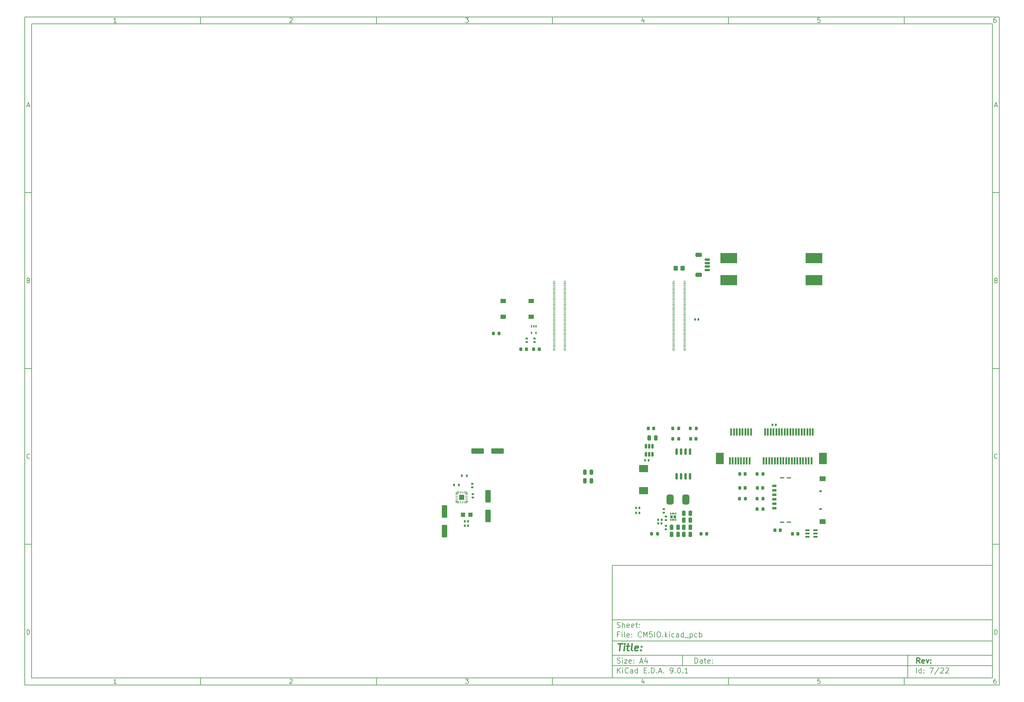
<source format=gtp>
G04 #@! TF.GenerationSoftware,KiCad,Pcbnew,9.0.1*
G04 #@! TF.CreationDate,2025-04-26T19:09:57-05:00*
G04 #@! TF.ProjectId,CM5IO,434d3549-4f2e-46b6-9963-61645f706362,rev?*
G04 #@! TF.SameCoordinates,Original*
G04 #@! TF.FileFunction,Paste,Top*
G04 #@! TF.FilePolarity,Positive*
%FSLAX46Y46*%
G04 Gerber Fmt 4.6, Leading zero omitted, Abs format (unit mm)*
G04 Created by KiCad (PCBNEW 9.0.1) date 2025-04-26 19:09:57*
%MOMM*%
%LPD*%
G01*
G04 APERTURE LIST*
G04 Aperture macros list*
%AMRoundRect*
0 Rectangle with rounded corners*
0 $1 Rounding radius*
0 $2 $3 $4 $5 $6 $7 $8 $9 X,Y pos of 4 corners*
0 Add a 4 corners polygon primitive as box body*
4,1,4,$2,$3,$4,$5,$6,$7,$8,$9,$2,$3,0*
0 Add four circle primitives for the rounded corners*
1,1,$1+$1,$2,$3*
1,1,$1+$1,$4,$5*
1,1,$1+$1,$6,$7*
1,1,$1+$1,$8,$9*
0 Add four rect primitives between the rounded corners*
20,1,$1+$1,$2,$3,$4,$5,0*
20,1,$1+$1,$4,$5,$6,$7,0*
20,1,$1+$1,$6,$7,$8,$9,0*
20,1,$1+$1,$8,$9,$2,$3,0*%
G04 Aperture macros list end*
%ADD10C,0.100000*%
%ADD11C,0.150000*%
%ADD12C,0.300000*%
%ADD13C,0.400000*%
%ADD14C,0.010000*%
%ADD15R,4.800000X3.000000*%
%ADD16R,2.300000X3.200000*%
%ADD17R,0.600000X2.000000*%
%ADD18RoundRect,0.135000X0.185000X-0.135000X0.185000X0.135000X-0.185000X0.135000X-0.185000X-0.135000X0*%
%ADD19RoundRect,0.218750X0.218750X0.256250X-0.218750X0.256250X-0.218750X-0.256250X0.218750X-0.256250X0*%
%ADD20RoundRect,0.100000X-0.100000X0.225000X-0.100000X-0.225000X0.100000X-0.225000X0.100000X0.225000X0*%
%ADD21RoundRect,0.250000X-0.350000X-0.450000X0.350000X-0.450000X0.350000X0.450000X-0.350000X0.450000X0*%
%ADD22R,0.650000X0.850000*%
%ADD23R,0.300000X0.500000*%
%ADD24RoundRect,0.140000X-0.140000X-0.170000X0.140000X-0.170000X0.140000X0.170000X-0.140000X0.170000X0*%
%ADD25RoundRect,0.250000X-0.250000X-0.475000X0.250000X-0.475000X0.250000X0.475000X-0.250000X0.475000X0*%
%ADD26RoundRect,0.250000X0.250000X0.475000X-0.250000X0.475000X-0.250000X-0.475000X0.250000X-0.475000X0*%
%ADD27RoundRect,0.250000X-1.500000X-0.550000X1.500000X-0.550000X1.500000X0.550000X-1.500000X0.550000X0*%
%ADD28RoundRect,0.200000X-0.200000X-0.275000X0.200000X-0.275000X0.200000X0.275000X-0.200000X0.275000X0*%
%ADD29R,0.600000X0.800000*%
%ADD30RoundRect,0.140000X-0.170000X0.140000X-0.170000X-0.140000X0.170000X-0.140000X0.170000X0.140000X0*%
%ADD31RoundRect,0.225000X-0.225000X-0.250000X0.225000X-0.250000X0.225000X0.250000X-0.225000X0.250000X0*%
%ADD32RoundRect,0.150000X0.625000X-0.150000X0.625000X0.150000X-0.625000X0.150000X-0.625000X-0.150000X0*%
%ADD33RoundRect,0.250000X0.650000X-0.350000X0.650000X0.350000X-0.650000X0.350000X-0.650000X-0.350000X0*%
%ADD34R,1.550000X1.300000*%
%ADD35RoundRect,0.250000X1.025000X-0.787500X1.025000X0.787500X-1.025000X0.787500X-1.025000X-0.787500X0*%
%ADD36RoundRect,0.150000X-0.150000X0.512500X-0.150000X-0.512500X0.150000X-0.512500X0.150000X0.512500X0*%
%ADD37RoundRect,0.500000X-0.500000X-0.900000X0.500000X-0.900000X0.500000X0.900000X-0.500000X0.900000X0*%
%ADD38RoundRect,0.050000X-0.250000X-0.075000X0.250000X-0.075000X0.250000X0.075000X-0.250000X0.075000X0*%
%ADD39RoundRect,0.050000X-0.075000X-0.250000X0.075000X-0.250000X0.075000X0.250000X-0.075000X0.250000X0*%
%ADD40RoundRect,0.140000X0.140000X0.170000X-0.140000X0.170000X-0.140000X-0.170000X0.140000X-0.170000X0*%
%ADD41RoundRect,0.218750X-0.218750X-0.256250X0.218750X-0.256250X0.218750X0.256250X-0.218750X0.256250X0*%
%ADD42RoundRect,0.150000X0.150000X-0.800000X0.150000X0.800000X-0.150000X0.800000X-0.150000X-0.800000X0*%
%ADD43R,1.200000X0.600000*%
%ADD44RoundRect,0.135000X-0.135000X-0.185000X0.135000X-0.185000X0.135000X0.185000X-0.135000X0.185000X0*%
%ADD45RoundRect,0.135000X0.135000X0.185000X-0.135000X0.185000X-0.135000X-0.185000X0.135000X-0.185000X0*%
%ADD46R,1.200000X1.200000*%
%ADD47RoundRect,0.250000X-0.550000X1.500000X-0.550000X-1.500000X0.550000X-1.500000X0.550000X1.500000X0*%
%ADD48RoundRect,0.135000X-0.185000X0.135000X-0.185000X-0.135000X0.185000X-0.135000X0.185000X0.135000X0*%
%ADD49R,0.700000X0.200000*%
%ADD50R,1.150000X0.650000*%
%ADD51R,1.300000X0.450000*%
%ADD52R,1.700000X1.400000*%
%ADD53R,0.800000X0.540000*%
G04 APERTURE END LIST*
D10*
D11*
X177002200Y-166007200D02*
X285002200Y-166007200D01*
X285002200Y-198007200D01*
X177002200Y-198007200D01*
X177002200Y-166007200D01*
D10*
D11*
X10000000Y-10000000D02*
X287002200Y-10000000D01*
X287002200Y-200007200D01*
X10000000Y-200007200D01*
X10000000Y-10000000D01*
D10*
D11*
X12000000Y-12000000D02*
X285002200Y-12000000D01*
X285002200Y-198007200D01*
X12000000Y-198007200D01*
X12000000Y-12000000D01*
D10*
D11*
X60000000Y-12000000D02*
X60000000Y-10000000D01*
D10*
D11*
X110000000Y-12000000D02*
X110000000Y-10000000D01*
D10*
D11*
X160000000Y-12000000D02*
X160000000Y-10000000D01*
D10*
D11*
X210000000Y-12000000D02*
X210000000Y-10000000D01*
D10*
D11*
X260000000Y-12000000D02*
X260000000Y-10000000D01*
D10*
D11*
X36089160Y-11593604D02*
X35346303Y-11593604D01*
X35717731Y-11593604D02*
X35717731Y-10293604D01*
X35717731Y-10293604D02*
X35593922Y-10479319D01*
X35593922Y-10479319D02*
X35470112Y-10603128D01*
X35470112Y-10603128D02*
X35346303Y-10665033D01*
D10*
D11*
X85346303Y-10417414D02*
X85408207Y-10355509D01*
X85408207Y-10355509D02*
X85532017Y-10293604D01*
X85532017Y-10293604D02*
X85841541Y-10293604D01*
X85841541Y-10293604D02*
X85965350Y-10355509D01*
X85965350Y-10355509D02*
X86027255Y-10417414D01*
X86027255Y-10417414D02*
X86089160Y-10541223D01*
X86089160Y-10541223D02*
X86089160Y-10665033D01*
X86089160Y-10665033D02*
X86027255Y-10850747D01*
X86027255Y-10850747D02*
X85284398Y-11593604D01*
X85284398Y-11593604D02*
X86089160Y-11593604D01*
D10*
D11*
X135284398Y-10293604D02*
X136089160Y-10293604D01*
X136089160Y-10293604D02*
X135655826Y-10788842D01*
X135655826Y-10788842D02*
X135841541Y-10788842D01*
X135841541Y-10788842D02*
X135965350Y-10850747D01*
X135965350Y-10850747D02*
X136027255Y-10912652D01*
X136027255Y-10912652D02*
X136089160Y-11036461D01*
X136089160Y-11036461D02*
X136089160Y-11345985D01*
X136089160Y-11345985D02*
X136027255Y-11469795D01*
X136027255Y-11469795D02*
X135965350Y-11531700D01*
X135965350Y-11531700D02*
X135841541Y-11593604D01*
X135841541Y-11593604D02*
X135470112Y-11593604D01*
X135470112Y-11593604D02*
X135346303Y-11531700D01*
X135346303Y-11531700D02*
X135284398Y-11469795D01*
D10*
D11*
X185965350Y-10726938D02*
X185965350Y-11593604D01*
X185655826Y-10231700D02*
X185346303Y-11160271D01*
X185346303Y-11160271D02*
X186151064Y-11160271D01*
D10*
D11*
X236027255Y-10293604D02*
X235408207Y-10293604D01*
X235408207Y-10293604D02*
X235346303Y-10912652D01*
X235346303Y-10912652D02*
X235408207Y-10850747D01*
X235408207Y-10850747D02*
X235532017Y-10788842D01*
X235532017Y-10788842D02*
X235841541Y-10788842D01*
X235841541Y-10788842D02*
X235965350Y-10850747D01*
X235965350Y-10850747D02*
X236027255Y-10912652D01*
X236027255Y-10912652D02*
X236089160Y-11036461D01*
X236089160Y-11036461D02*
X236089160Y-11345985D01*
X236089160Y-11345985D02*
X236027255Y-11469795D01*
X236027255Y-11469795D02*
X235965350Y-11531700D01*
X235965350Y-11531700D02*
X235841541Y-11593604D01*
X235841541Y-11593604D02*
X235532017Y-11593604D01*
X235532017Y-11593604D02*
X235408207Y-11531700D01*
X235408207Y-11531700D02*
X235346303Y-11469795D01*
D10*
D11*
X285965350Y-10293604D02*
X285717731Y-10293604D01*
X285717731Y-10293604D02*
X285593922Y-10355509D01*
X285593922Y-10355509D02*
X285532017Y-10417414D01*
X285532017Y-10417414D02*
X285408207Y-10603128D01*
X285408207Y-10603128D02*
X285346303Y-10850747D01*
X285346303Y-10850747D02*
X285346303Y-11345985D01*
X285346303Y-11345985D02*
X285408207Y-11469795D01*
X285408207Y-11469795D02*
X285470112Y-11531700D01*
X285470112Y-11531700D02*
X285593922Y-11593604D01*
X285593922Y-11593604D02*
X285841541Y-11593604D01*
X285841541Y-11593604D02*
X285965350Y-11531700D01*
X285965350Y-11531700D02*
X286027255Y-11469795D01*
X286027255Y-11469795D02*
X286089160Y-11345985D01*
X286089160Y-11345985D02*
X286089160Y-11036461D01*
X286089160Y-11036461D02*
X286027255Y-10912652D01*
X286027255Y-10912652D02*
X285965350Y-10850747D01*
X285965350Y-10850747D02*
X285841541Y-10788842D01*
X285841541Y-10788842D02*
X285593922Y-10788842D01*
X285593922Y-10788842D02*
X285470112Y-10850747D01*
X285470112Y-10850747D02*
X285408207Y-10912652D01*
X285408207Y-10912652D02*
X285346303Y-11036461D01*
D10*
D11*
X60000000Y-198007200D02*
X60000000Y-200007200D01*
D10*
D11*
X110000000Y-198007200D02*
X110000000Y-200007200D01*
D10*
D11*
X160000000Y-198007200D02*
X160000000Y-200007200D01*
D10*
D11*
X210000000Y-198007200D02*
X210000000Y-200007200D01*
D10*
D11*
X260000000Y-198007200D02*
X260000000Y-200007200D01*
D10*
D11*
X36089160Y-199600804D02*
X35346303Y-199600804D01*
X35717731Y-199600804D02*
X35717731Y-198300804D01*
X35717731Y-198300804D02*
X35593922Y-198486519D01*
X35593922Y-198486519D02*
X35470112Y-198610328D01*
X35470112Y-198610328D02*
X35346303Y-198672233D01*
D10*
D11*
X85346303Y-198424614D02*
X85408207Y-198362709D01*
X85408207Y-198362709D02*
X85532017Y-198300804D01*
X85532017Y-198300804D02*
X85841541Y-198300804D01*
X85841541Y-198300804D02*
X85965350Y-198362709D01*
X85965350Y-198362709D02*
X86027255Y-198424614D01*
X86027255Y-198424614D02*
X86089160Y-198548423D01*
X86089160Y-198548423D02*
X86089160Y-198672233D01*
X86089160Y-198672233D02*
X86027255Y-198857947D01*
X86027255Y-198857947D02*
X85284398Y-199600804D01*
X85284398Y-199600804D02*
X86089160Y-199600804D01*
D10*
D11*
X135284398Y-198300804D02*
X136089160Y-198300804D01*
X136089160Y-198300804D02*
X135655826Y-198796042D01*
X135655826Y-198796042D02*
X135841541Y-198796042D01*
X135841541Y-198796042D02*
X135965350Y-198857947D01*
X135965350Y-198857947D02*
X136027255Y-198919852D01*
X136027255Y-198919852D02*
X136089160Y-199043661D01*
X136089160Y-199043661D02*
X136089160Y-199353185D01*
X136089160Y-199353185D02*
X136027255Y-199476995D01*
X136027255Y-199476995D02*
X135965350Y-199538900D01*
X135965350Y-199538900D02*
X135841541Y-199600804D01*
X135841541Y-199600804D02*
X135470112Y-199600804D01*
X135470112Y-199600804D02*
X135346303Y-199538900D01*
X135346303Y-199538900D02*
X135284398Y-199476995D01*
D10*
D11*
X185965350Y-198734138D02*
X185965350Y-199600804D01*
X185655826Y-198238900D02*
X185346303Y-199167471D01*
X185346303Y-199167471D02*
X186151064Y-199167471D01*
D10*
D11*
X236027255Y-198300804D02*
X235408207Y-198300804D01*
X235408207Y-198300804D02*
X235346303Y-198919852D01*
X235346303Y-198919852D02*
X235408207Y-198857947D01*
X235408207Y-198857947D02*
X235532017Y-198796042D01*
X235532017Y-198796042D02*
X235841541Y-198796042D01*
X235841541Y-198796042D02*
X235965350Y-198857947D01*
X235965350Y-198857947D02*
X236027255Y-198919852D01*
X236027255Y-198919852D02*
X236089160Y-199043661D01*
X236089160Y-199043661D02*
X236089160Y-199353185D01*
X236089160Y-199353185D02*
X236027255Y-199476995D01*
X236027255Y-199476995D02*
X235965350Y-199538900D01*
X235965350Y-199538900D02*
X235841541Y-199600804D01*
X235841541Y-199600804D02*
X235532017Y-199600804D01*
X235532017Y-199600804D02*
X235408207Y-199538900D01*
X235408207Y-199538900D02*
X235346303Y-199476995D01*
D10*
D11*
X285965350Y-198300804D02*
X285717731Y-198300804D01*
X285717731Y-198300804D02*
X285593922Y-198362709D01*
X285593922Y-198362709D02*
X285532017Y-198424614D01*
X285532017Y-198424614D02*
X285408207Y-198610328D01*
X285408207Y-198610328D02*
X285346303Y-198857947D01*
X285346303Y-198857947D02*
X285346303Y-199353185D01*
X285346303Y-199353185D02*
X285408207Y-199476995D01*
X285408207Y-199476995D02*
X285470112Y-199538900D01*
X285470112Y-199538900D02*
X285593922Y-199600804D01*
X285593922Y-199600804D02*
X285841541Y-199600804D01*
X285841541Y-199600804D02*
X285965350Y-199538900D01*
X285965350Y-199538900D02*
X286027255Y-199476995D01*
X286027255Y-199476995D02*
X286089160Y-199353185D01*
X286089160Y-199353185D02*
X286089160Y-199043661D01*
X286089160Y-199043661D02*
X286027255Y-198919852D01*
X286027255Y-198919852D02*
X285965350Y-198857947D01*
X285965350Y-198857947D02*
X285841541Y-198796042D01*
X285841541Y-198796042D02*
X285593922Y-198796042D01*
X285593922Y-198796042D02*
X285470112Y-198857947D01*
X285470112Y-198857947D02*
X285408207Y-198919852D01*
X285408207Y-198919852D02*
X285346303Y-199043661D01*
D10*
D11*
X10000000Y-60000000D02*
X12000000Y-60000000D01*
D10*
D11*
X10000000Y-110000000D02*
X12000000Y-110000000D01*
D10*
D11*
X10000000Y-160000000D02*
X12000000Y-160000000D01*
D10*
D11*
X10690476Y-35222176D02*
X11309523Y-35222176D01*
X10566666Y-35593604D02*
X10999999Y-34293604D01*
X10999999Y-34293604D02*
X11433333Y-35593604D01*
D10*
D11*
X11092857Y-84912652D02*
X11278571Y-84974557D01*
X11278571Y-84974557D02*
X11340476Y-85036461D01*
X11340476Y-85036461D02*
X11402380Y-85160271D01*
X11402380Y-85160271D02*
X11402380Y-85345985D01*
X11402380Y-85345985D02*
X11340476Y-85469795D01*
X11340476Y-85469795D02*
X11278571Y-85531700D01*
X11278571Y-85531700D02*
X11154761Y-85593604D01*
X11154761Y-85593604D02*
X10659523Y-85593604D01*
X10659523Y-85593604D02*
X10659523Y-84293604D01*
X10659523Y-84293604D02*
X11092857Y-84293604D01*
X11092857Y-84293604D02*
X11216666Y-84355509D01*
X11216666Y-84355509D02*
X11278571Y-84417414D01*
X11278571Y-84417414D02*
X11340476Y-84541223D01*
X11340476Y-84541223D02*
X11340476Y-84665033D01*
X11340476Y-84665033D02*
X11278571Y-84788842D01*
X11278571Y-84788842D02*
X11216666Y-84850747D01*
X11216666Y-84850747D02*
X11092857Y-84912652D01*
X11092857Y-84912652D02*
X10659523Y-84912652D01*
D10*
D11*
X11402380Y-135469795D02*
X11340476Y-135531700D01*
X11340476Y-135531700D02*
X11154761Y-135593604D01*
X11154761Y-135593604D02*
X11030952Y-135593604D01*
X11030952Y-135593604D02*
X10845238Y-135531700D01*
X10845238Y-135531700D02*
X10721428Y-135407890D01*
X10721428Y-135407890D02*
X10659523Y-135284080D01*
X10659523Y-135284080D02*
X10597619Y-135036461D01*
X10597619Y-135036461D02*
X10597619Y-134850747D01*
X10597619Y-134850747D02*
X10659523Y-134603128D01*
X10659523Y-134603128D02*
X10721428Y-134479319D01*
X10721428Y-134479319D02*
X10845238Y-134355509D01*
X10845238Y-134355509D02*
X11030952Y-134293604D01*
X11030952Y-134293604D02*
X11154761Y-134293604D01*
X11154761Y-134293604D02*
X11340476Y-134355509D01*
X11340476Y-134355509D02*
X11402380Y-134417414D01*
D10*
D11*
X10659523Y-185593604D02*
X10659523Y-184293604D01*
X10659523Y-184293604D02*
X10969047Y-184293604D01*
X10969047Y-184293604D02*
X11154761Y-184355509D01*
X11154761Y-184355509D02*
X11278571Y-184479319D01*
X11278571Y-184479319D02*
X11340476Y-184603128D01*
X11340476Y-184603128D02*
X11402380Y-184850747D01*
X11402380Y-184850747D02*
X11402380Y-185036461D01*
X11402380Y-185036461D02*
X11340476Y-185284080D01*
X11340476Y-185284080D02*
X11278571Y-185407890D01*
X11278571Y-185407890D02*
X11154761Y-185531700D01*
X11154761Y-185531700D02*
X10969047Y-185593604D01*
X10969047Y-185593604D02*
X10659523Y-185593604D01*
D10*
D11*
X287002200Y-60000000D02*
X285002200Y-60000000D01*
D10*
D11*
X287002200Y-110000000D02*
X285002200Y-110000000D01*
D10*
D11*
X287002200Y-160000000D02*
X285002200Y-160000000D01*
D10*
D11*
X285692676Y-35222176D02*
X286311723Y-35222176D01*
X285568866Y-35593604D02*
X286002199Y-34293604D01*
X286002199Y-34293604D02*
X286435533Y-35593604D01*
D10*
D11*
X286095057Y-84912652D02*
X286280771Y-84974557D01*
X286280771Y-84974557D02*
X286342676Y-85036461D01*
X286342676Y-85036461D02*
X286404580Y-85160271D01*
X286404580Y-85160271D02*
X286404580Y-85345985D01*
X286404580Y-85345985D02*
X286342676Y-85469795D01*
X286342676Y-85469795D02*
X286280771Y-85531700D01*
X286280771Y-85531700D02*
X286156961Y-85593604D01*
X286156961Y-85593604D02*
X285661723Y-85593604D01*
X285661723Y-85593604D02*
X285661723Y-84293604D01*
X285661723Y-84293604D02*
X286095057Y-84293604D01*
X286095057Y-84293604D02*
X286218866Y-84355509D01*
X286218866Y-84355509D02*
X286280771Y-84417414D01*
X286280771Y-84417414D02*
X286342676Y-84541223D01*
X286342676Y-84541223D02*
X286342676Y-84665033D01*
X286342676Y-84665033D02*
X286280771Y-84788842D01*
X286280771Y-84788842D02*
X286218866Y-84850747D01*
X286218866Y-84850747D02*
X286095057Y-84912652D01*
X286095057Y-84912652D02*
X285661723Y-84912652D01*
D10*
D11*
X286404580Y-135469795D02*
X286342676Y-135531700D01*
X286342676Y-135531700D02*
X286156961Y-135593604D01*
X286156961Y-135593604D02*
X286033152Y-135593604D01*
X286033152Y-135593604D02*
X285847438Y-135531700D01*
X285847438Y-135531700D02*
X285723628Y-135407890D01*
X285723628Y-135407890D02*
X285661723Y-135284080D01*
X285661723Y-135284080D02*
X285599819Y-135036461D01*
X285599819Y-135036461D02*
X285599819Y-134850747D01*
X285599819Y-134850747D02*
X285661723Y-134603128D01*
X285661723Y-134603128D02*
X285723628Y-134479319D01*
X285723628Y-134479319D02*
X285847438Y-134355509D01*
X285847438Y-134355509D02*
X286033152Y-134293604D01*
X286033152Y-134293604D02*
X286156961Y-134293604D01*
X286156961Y-134293604D02*
X286342676Y-134355509D01*
X286342676Y-134355509D02*
X286404580Y-134417414D01*
D10*
D11*
X285661723Y-185593604D02*
X285661723Y-184293604D01*
X285661723Y-184293604D02*
X285971247Y-184293604D01*
X285971247Y-184293604D02*
X286156961Y-184355509D01*
X286156961Y-184355509D02*
X286280771Y-184479319D01*
X286280771Y-184479319D02*
X286342676Y-184603128D01*
X286342676Y-184603128D02*
X286404580Y-184850747D01*
X286404580Y-184850747D02*
X286404580Y-185036461D01*
X286404580Y-185036461D02*
X286342676Y-185284080D01*
X286342676Y-185284080D02*
X286280771Y-185407890D01*
X286280771Y-185407890D02*
X286156961Y-185531700D01*
X286156961Y-185531700D02*
X285971247Y-185593604D01*
X285971247Y-185593604D02*
X285661723Y-185593604D01*
D10*
D11*
X200458026Y-193793328D02*
X200458026Y-192293328D01*
X200458026Y-192293328D02*
X200815169Y-192293328D01*
X200815169Y-192293328D02*
X201029455Y-192364757D01*
X201029455Y-192364757D02*
X201172312Y-192507614D01*
X201172312Y-192507614D02*
X201243741Y-192650471D01*
X201243741Y-192650471D02*
X201315169Y-192936185D01*
X201315169Y-192936185D02*
X201315169Y-193150471D01*
X201315169Y-193150471D02*
X201243741Y-193436185D01*
X201243741Y-193436185D02*
X201172312Y-193579042D01*
X201172312Y-193579042D02*
X201029455Y-193721900D01*
X201029455Y-193721900D02*
X200815169Y-193793328D01*
X200815169Y-193793328D02*
X200458026Y-193793328D01*
X202600884Y-193793328D02*
X202600884Y-193007614D01*
X202600884Y-193007614D02*
X202529455Y-192864757D01*
X202529455Y-192864757D02*
X202386598Y-192793328D01*
X202386598Y-192793328D02*
X202100884Y-192793328D01*
X202100884Y-192793328D02*
X201958026Y-192864757D01*
X202600884Y-193721900D02*
X202458026Y-193793328D01*
X202458026Y-193793328D02*
X202100884Y-193793328D01*
X202100884Y-193793328D02*
X201958026Y-193721900D01*
X201958026Y-193721900D02*
X201886598Y-193579042D01*
X201886598Y-193579042D02*
X201886598Y-193436185D01*
X201886598Y-193436185D02*
X201958026Y-193293328D01*
X201958026Y-193293328D02*
X202100884Y-193221900D01*
X202100884Y-193221900D02*
X202458026Y-193221900D01*
X202458026Y-193221900D02*
X202600884Y-193150471D01*
X203100884Y-192793328D02*
X203672312Y-192793328D01*
X203315169Y-192293328D02*
X203315169Y-193579042D01*
X203315169Y-193579042D02*
X203386598Y-193721900D01*
X203386598Y-193721900D02*
X203529455Y-193793328D01*
X203529455Y-193793328D02*
X203672312Y-193793328D01*
X204743741Y-193721900D02*
X204600884Y-193793328D01*
X204600884Y-193793328D02*
X204315170Y-193793328D01*
X204315170Y-193793328D02*
X204172312Y-193721900D01*
X204172312Y-193721900D02*
X204100884Y-193579042D01*
X204100884Y-193579042D02*
X204100884Y-193007614D01*
X204100884Y-193007614D02*
X204172312Y-192864757D01*
X204172312Y-192864757D02*
X204315170Y-192793328D01*
X204315170Y-192793328D02*
X204600884Y-192793328D01*
X204600884Y-192793328D02*
X204743741Y-192864757D01*
X204743741Y-192864757D02*
X204815170Y-193007614D01*
X204815170Y-193007614D02*
X204815170Y-193150471D01*
X204815170Y-193150471D02*
X204100884Y-193293328D01*
X205458026Y-193650471D02*
X205529455Y-193721900D01*
X205529455Y-193721900D02*
X205458026Y-193793328D01*
X205458026Y-193793328D02*
X205386598Y-193721900D01*
X205386598Y-193721900D02*
X205458026Y-193650471D01*
X205458026Y-193650471D02*
X205458026Y-193793328D01*
X205458026Y-192864757D02*
X205529455Y-192936185D01*
X205529455Y-192936185D02*
X205458026Y-193007614D01*
X205458026Y-193007614D02*
X205386598Y-192936185D01*
X205386598Y-192936185D02*
X205458026Y-192864757D01*
X205458026Y-192864757D02*
X205458026Y-193007614D01*
D10*
D11*
X177002200Y-194507200D02*
X285002200Y-194507200D01*
D10*
D11*
X178458026Y-196593328D02*
X178458026Y-195093328D01*
X179315169Y-196593328D02*
X178672312Y-195736185D01*
X179315169Y-195093328D02*
X178458026Y-195950471D01*
X179958026Y-196593328D02*
X179958026Y-195593328D01*
X179958026Y-195093328D02*
X179886598Y-195164757D01*
X179886598Y-195164757D02*
X179958026Y-195236185D01*
X179958026Y-195236185D02*
X180029455Y-195164757D01*
X180029455Y-195164757D02*
X179958026Y-195093328D01*
X179958026Y-195093328D02*
X179958026Y-195236185D01*
X181529455Y-196450471D02*
X181458027Y-196521900D01*
X181458027Y-196521900D02*
X181243741Y-196593328D01*
X181243741Y-196593328D02*
X181100884Y-196593328D01*
X181100884Y-196593328D02*
X180886598Y-196521900D01*
X180886598Y-196521900D02*
X180743741Y-196379042D01*
X180743741Y-196379042D02*
X180672312Y-196236185D01*
X180672312Y-196236185D02*
X180600884Y-195950471D01*
X180600884Y-195950471D02*
X180600884Y-195736185D01*
X180600884Y-195736185D02*
X180672312Y-195450471D01*
X180672312Y-195450471D02*
X180743741Y-195307614D01*
X180743741Y-195307614D02*
X180886598Y-195164757D01*
X180886598Y-195164757D02*
X181100884Y-195093328D01*
X181100884Y-195093328D02*
X181243741Y-195093328D01*
X181243741Y-195093328D02*
X181458027Y-195164757D01*
X181458027Y-195164757D02*
X181529455Y-195236185D01*
X182815170Y-196593328D02*
X182815170Y-195807614D01*
X182815170Y-195807614D02*
X182743741Y-195664757D01*
X182743741Y-195664757D02*
X182600884Y-195593328D01*
X182600884Y-195593328D02*
X182315170Y-195593328D01*
X182315170Y-195593328D02*
X182172312Y-195664757D01*
X182815170Y-196521900D02*
X182672312Y-196593328D01*
X182672312Y-196593328D02*
X182315170Y-196593328D01*
X182315170Y-196593328D02*
X182172312Y-196521900D01*
X182172312Y-196521900D02*
X182100884Y-196379042D01*
X182100884Y-196379042D02*
X182100884Y-196236185D01*
X182100884Y-196236185D02*
X182172312Y-196093328D01*
X182172312Y-196093328D02*
X182315170Y-196021900D01*
X182315170Y-196021900D02*
X182672312Y-196021900D01*
X182672312Y-196021900D02*
X182815170Y-195950471D01*
X184172313Y-196593328D02*
X184172313Y-195093328D01*
X184172313Y-196521900D02*
X184029455Y-196593328D01*
X184029455Y-196593328D02*
X183743741Y-196593328D01*
X183743741Y-196593328D02*
X183600884Y-196521900D01*
X183600884Y-196521900D02*
X183529455Y-196450471D01*
X183529455Y-196450471D02*
X183458027Y-196307614D01*
X183458027Y-196307614D02*
X183458027Y-195879042D01*
X183458027Y-195879042D02*
X183529455Y-195736185D01*
X183529455Y-195736185D02*
X183600884Y-195664757D01*
X183600884Y-195664757D02*
X183743741Y-195593328D01*
X183743741Y-195593328D02*
X184029455Y-195593328D01*
X184029455Y-195593328D02*
X184172313Y-195664757D01*
X186029455Y-195807614D02*
X186529455Y-195807614D01*
X186743741Y-196593328D02*
X186029455Y-196593328D01*
X186029455Y-196593328D02*
X186029455Y-195093328D01*
X186029455Y-195093328D02*
X186743741Y-195093328D01*
X187386598Y-196450471D02*
X187458027Y-196521900D01*
X187458027Y-196521900D02*
X187386598Y-196593328D01*
X187386598Y-196593328D02*
X187315170Y-196521900D01*
X187315170Y-196521900D02*
X187386598Y-196450471D01*
X187386598Y-196450471D02*
X187386598Y-196593328D01*
X188100884Y-196593328D02*
X188100884Y-195093328D01*
X188100884Y-195093328D02*
X188458027Y-195093328D01*
X188458027Y-195093328D02*
X188672313Y-195164757D01*
X188672313Y-195164757D02*
X188815170Y-195307614D01*
X188815170Y-195307614D02*
X188886599Y-195450471D01*
X188886599Y-195450471D02*
X188958027Y-195736185D01*
X188958027Y-195736185D02*
X188958027Y-195950471D01*
X188958027Y-195950471D02*
X188886599Y-196236185D01*
X188886599Y-196236185D02*
X188815170Y-196379042D01*
X188815170Y-196379042D02*
X188672313Y-196521900D01*
X188672313Y-196521900D02*
X188458027Y-196593328D01*
X188458027Y-196593328D02*
X188100884Y-196593328D01*
X189600884Y-196450471D02*
X189672313Y-196521900D01*
X189672313Y-196521900D02*
X189600884Y-196593328D01*
X189600884Y-196593328D02*
X189529456Y-196521900D01*
X189529456Y-196521900D02*
X189600884Y-196450471D01*
X189600884Y-196450471D02*
X189600884Y-196593328D01*
X190243742Y-196164757D02*
X190958028Y-196164757D01*
X190100885Y-196593328D02*
X190600885Y-195093328D01*
X190600885Y-195093328D02*
X191100885Y-196593328D01*
X191600884Y-196450471D02*
X191672313Y-196521900D01*
X191672313Y-196521900D02*
X191600884Y-196593328D01*
X191600884Y-196593328D02*
X191529456Y-196521900D01*
X191529456Y-196521900D02*
X191600884Y-196450471D01*
X191600884Y-196450471D02*
X191600884Y-196593328D01*
X193529456Y-196593328D02*
X193815170Y-196593328D01*
X193815170Y-196593328D02*
X193958027Y-196521900D01*
X193958027Y-196521900D02*
X194029456Y-196450471D01*
X194029456Y-196450471D02*
X194172313Y-196236185D01*
X194172313Y-196236185D02*
X194243742Y-195950471D01*
X194243742Y-195950471D02*
X194243742Y-195379042D01*
X194243742Y-195379042D02*
X194172313Y-195236185D01*
X194172313Y-195236185D02*
X194100885Y-195164757D01*
X194100885Y-195164757D02*
X193958027Y-195093328D01*
X193958027Y-195093328D02*
X193672313Y-195093328D01*
X193672313Y-195093328D02*
X193529456Y-195164757D01*
X193529456Y-195164757D02*
X193458027Y-195236185D01*
X193458027Y-195236185D02*
X193386599Y-195379042D01*
X193386599Y-195379042D02*
X193386599Y-195736185D01*
X193386599Y-195736185D02*
X193458027Y-195879042D01*
X193458027Y-195879042D02*
X193529456Y-195950471D01*
X193529456Y-195950471D02*
X193672313Y-196021900D01*
X193672313Y-196021900D02*
X193958027Y-196021900D01*
X193958027Y-196021900D02*
X194100885Y-195950471D01*
X194100885Y-195950471D02*
X194172313Y-195879042D01*
X194172313Y-195879042D02*
X194243742Y-195736185D01*
X194886598Y-196450471D02*
X194958027Y-196521900D01*
X194958027Y-196521900D02*
X194886598Y-196593328D01*
X194886598Y-196593328D02*
X194815170Y-196521900D01*
X194815170Y-196521900D02*
X194886598Y-196450471D01*
X194886598Y-196450471D02*
X194886598Y-196593328D01*
X195886599Y-195093328D02*
X196029456Y-195093328D01*
X196029456Y-195093328D02*
X196172313Y-195164757D01*
X196172313Y-195164757D02*
X196243742Y-195236185D01*
X196243742Y-195236185D02*
X196315170Y-195379042D01*
X196315170Y-195379042D02*
X196386599Y-195664757D01*
X196386599Y-195664757D02*
X196386599Y-196021900D01*
X196386599Y-196021900D02*
X196315170Y-196307614D01*
X196315170Y-196307614D02*
X196243742Y-196450471D01*
X196243742Y-196450471D02*
X196172313Y-196521900D01*
X196172313Y-196521900D02*
X196029456Y-196593328D01*
X196029456Y-196593328D02*
X195886599Y-196593328D01*
X195886599Y-196593328D02*
X195743742Y-196521900D01*
X195743742Y-196521900D02*
X195672313Y-196450471D01*
X195672313Y-196450471D02*
X195600884Y-196307614D01*
X195600884Y-196307614D02*
X195529456Y-196021900D01*
X195529456Y-196021900D02*
X195529456Y-195664757D01*
X195529456Y-195664757D02*
X195600884Y-195379042D01*
X195600884Y-195379042D02*
X195672313Y-195236185D01*
X195672313Y-195236185D02*
X195743742Y-195164757D01*
X195743742Y-195164757D02*
X195886599Y-195093328D01*
X197029455Y-196450471D02*
X197100884Y-196521900D01*
X197100884Y-196521900D02*
X197029455Y-196593328D01*
X197029455Y-196593328D02*
X196958027Y-196521900D01*
X196958027Y-196521900D02*
X197029455Y-196450471D01*
X197029455Y-196450471D02*
X197029455Y-196593328D01*
X198529456Y-196593328D02*
X197672313Y-196593328D01*
X198100884Y-196593328D02*
X198100884Y-195093328D01*
X198100884Y-195093328D02*
X197958027Y-195307614D01*
X197958027Y-195307614D02*
X197815170Y-195450471D01*
X197815170Y-195450471D02*
X197672313Y-195521900D01*
D10*
D11*
X177002200Y-191507200D02*
X285002200Y-191507200D01*
D10*
D12*
X264413853Y-193785528D02*
X263913853Y-193071242D01*
X263556710Y-193785528D02*
X263556710Y-192285528D01*
X263556710Y-192285528D02*
X264128139Y-192285528D01*
X264128139Y-192285528D02*
X264270996Y-192356957D01*
X264270996Y-192356957D02*
X264342425Y-192428385D01*
X264342425Y-192428385D02*
X264413853Y-192571242D01*
X264413853Y-192571242D02*
X264413853Y-192785528D01*
X264413853Y-192785528D02*
X264342425Y-192928385D01*
X264342425Y-192928385D02*
X264270996Y-192999814D01*
X264270996Y-192999814D02*
X264128139Y-193071242D01*
X264128139Y-193071242D02*
X263556710Y-193071242D01*
X265628139Y-193714100D02*
X265485282Y-193785528D01*
X265485282Y-193785528D02*
X265199568Y-193785528D01*
X265199568Y-193785528D02*
X265056710Y-193714100D01*
X265056710Y-193714100D02*
X264985282Y-193571242D01*
X264985282Y-193571242D02*
X264985282Y-192999814D01*
X264985282Y-192999814D02*
X265056710Y-192856957D01*
X265056710Y-192856957D02*
X265199568Y-192785528D01*
X265199568Y-192785528D02*
X265485282Y-192785528D01*
X265485282Y-192785528D02*
X265628139Y-192856957D01*
X265628139Y-192856957D02*
X265699568Y-192999814D01*
X265699568Y-192999814D02*
X265699568Y-193142671D01*
X265699568Y-193142671D02*
X264985282Y-193285528D01*
X266199567Y-192785528D02*
X266556710Y-193785528D01*
X266556710Y-193785528D02*
X266913853Y-192785528D01*
X267485281Y-193642671D02*
X267556710Y-193714100D01*
X267556710Y-193714100D02*
X267485281Y-193785528D01*
X267485281Y-193785528D02*
X267413853Y-193714100D01*
X267413853Y-193714100D02*
X267485281Y-193642671D01*
X267485281Y-193642671D02*
X267485281Y-193785528D01*
X267485281Y-192856957D02*
X267556710Y-192928385D01*
X267556710Y-192928385D02*
X267485281Y-192999814D01*
X267485281Y-192999814D02*
X267413853Y-192928385D01*
X267413853Y-192928385D02*
X267485281Y-192856957D01*
X267485281Y-192856957D02*
X267485281Y-192999814D01*
D10*
D11*
X178386598Y-193721900D02*
X178600884Y-193793328D01*
X178600884Y-193793328D02*
X178958026Y-193793328D01*
X178958026Y-193793328D02*
X179100884Y-193721900D01*
X179100884Y-193721900D02*
X179172312Y-193650471D01*
X179172312Y-193650471D02*
X179243741Y-193507614D01*
X179243741Y-193507614D02*
X179243741Y-193364757D01*
X179243741Y-193364757D02*
X179172312Y-193221900D01*
X179172312Y-193221900D02*
X179100884Y-193150471D01*
X179100884Y-193150471D02*
X178958026Y-193079042D01*
X178958026Y-193079042D02*
X178672312Y-193007614D01*
X178672312Y-193007614D02*
X178529455Y-192936185D01*
X178529455Y-192936185D02*
X178458026Y-192864757D01*
X178458026Y-192864757D02*
X178386598Y-192721900D01*
X178386598Y-192721900D02*
X178386598Y-192579042D01*
X178386598Y-192579042D02*
X178458026Y-192436185D01*
X178458026Y-192436185D02*
X178529455Y-192364757D01*
X178529455Y-192364757D02*
X178672312Y-192293328D01*
X178672312Y-192293328D02*
X179029455Y-192293328D01*
X179029455Y-192293328D02*
X179243741Y-192364757D01*
X179886597Y-193793328D02*
X179886597Y-192793328D01*
X179886597Y-192293328D02*
X179815169Y-192364757D01*
X179815169Y-192364757D02*
X179886597Y-192436185D01*
X179886597Y-192436185D02*
X179958026Y-192364757D01*
X179958026Y-192364757D02*
X179886597Y-192293328D01*
X179886597Y-192293328D02*
X179886597Y-192436185D01*
X180458026Y-192793328D02*
X181243741Y-192793328D01*
X181243741Y-192793328D02*
X180458026Y-193793328D01*
X180458026Y-193793328D02*
X181243741Y-193793328D01*
X182386598Y-193721900D02*
X182243741Y-193793328D01*
X182243741Y-193793328D02*
X181958027Y-193793328D01*
X181958027Y-193793328D02*
X181815169Y-193721900D01*
X181815169Y-193721900D02*
X181743741Y-193579042D01*
X181743741Y-193579042D02*
X181743741Y-193007614D01*
X181743741Y-193007614D02*
X181815169Y-192864757D01*
X181815169Y-192864757D02*
X181958027Y-192793328D01*
X181958027Y-192793328D02*
X182243741Y-192793328D01*
X182243741Y-192793328D02*
X182386598Y-192864757D01*
X182386598Y-192864757D02*
X182458027Y-193007614D01*
X182458027Y-193007614D02*
X182458027Y-193150471D01*
X182458027Y-193150471D02*
X181743741Y-193293328D01*
X183100883Y-193650471D02*
X183172312Y-193721900D01*
X183172312Y-193721900D02*
X183100883Y-193793328D01*
X183100883Y-193793328D02*
X183029455Y-193721900D01*
X183029455Y-193721900D02*
X183100883Y-193650471D01*
X183100883Y-193650471D02*
X183100883Y-193793328D01*
X183100883Y-192864757D02*
X183172312Y-192936185D01*
X183172312Y-192936185D02*
X183100883Y-193007614D01*
X183100883Y-193007614D02*
X183029455Y-192936185D01*
X183029455Y-192936185D02*
X183100883Y-192864757D01*
X183100883Y-192864757D02*
X183100883Y-193007614D01*
X184886598Y-193364757D02*
X185600884Y-193364757D01*
X184743741Y-193793328D02*
X185243741Y-192293328D01*
X185243741Y-192293328D02*
X185743741Y-193793328D01*
X186886598Y-192793328D02*
X186886598Y-193793328D01*
X186529455Y-192221900D02*
X186172312Y-193293328D01*
X186172312Y-193293328D02*
X187100883Y-193293328D01*
D10*
D11*
X263458026Y-196593328D02*
X263458026Y-195093328D01*
X264815170Y-196593328D02*
X264815170Y-195093328D01*
X264815170Y-196521900D02*
X264672312Y-196593328D01*
X264672312Y-196593328D02*
X264386598Y-196593328D01*
X264386598Y-196593328D02*
X264243741Y-196521900D01*
X264243741Y-196521900D02*
X264172312Y-196450471D01*
X264172312Y-196450471D02*
X264100884Y-196307614D01*
X264100884Y-196307614D02*
X264100884Y-195879042D01*
X264100884Y-195879042D02*
X264172312Y-195736185D01*
X264172312Y-195736185D02*
X264243741Y-195664757D01*
X264243741Y-195664757D02*
X264386598Y-195593328D01*
X264386598Y-195593328D02*
X264672312Y-195593328D01*
X264672312Y-195593328D02*
X264815170Y-195664757D01*
X265529455Y-196450471D02*
X265600884Y-196521900D01*
X265600884Y-196521900D02*
X265529455Y-196593328D01*
X265529455Y-196593328D02*
X265458027Y-196521900D01*
X265458027Y-196521900D02*
X265529455Y-196450471D01*
X265529455Y-196450471D02*
X265529455Y-196593328D01*
X265529455Y-195664757D02*
X265600884Y-195736185D01*
X265600884Y-195736185D02*
X265529455Y-195807614D01*
X265529455Y-195807614D02*
X265458027Y-195736185D01*
X265458027Y-195736185D02*
X265529455Y-195664757D01*
X265529455Y-195664757D02*
X265529455Y-195807614D01*
X267243741Y-195093328D02*
X268243741Y-195093328D01*
X268243741Y-195093328D02*
X267600884Y-196593328D01*
X269886598Y-195021900D02*
X268600884Y-196950471D01*
X270315170Y-195236185D02*
X270386598Y-195164757D01*
X270386598Y-195164757D02*
X270529456Y-195093328D01*
X270529456Y-195093328D02*
X270886598Y-195093328D01*
X270886598Y-195093328D02*
X271029456Y-195164757D01*
X271029456Y-195164757D02*
X271100884Y-195236185D01*
X271100884Y-195236185D02*
X271172313Y-195379042D01*
X271172313Y-195379042D02*
X271172313Y-195521900D01*
X271172313Y-195521900D02*
X271100884Y-195736185D01*
X271100884Y-195736185D02*
X270243741Y-196593328D01*
X270243741Y-196593328D02*
X271172313Y-196593328D01*
X271743741Y-195236185D02*
X271815169Y-195164757D01*
X271815169Y-195164757D02*
X271958027Y-195093328D01*
X271958027Y-195093328D02*
X272315169Y-195093328D01*
X272315169Y-195093328D02*
X272458027Y-195164757D01*
X272458027Y-195164757D02*
X272529455Y-195236185D01*
X272529455Y-195236185D02*
X272600884Y-195379042D01*
X272600884Y-195379042D02*
X272600884Y-195521900D01*
X272600884Y-195521900D02*
X272529455Y-195736185D01*
X272529455Y-195736185D02*
X271672312Y-196593328D01*
X271672312Y-196593328D02*
X272600884Y-196593328D01*
D10*
D11*
X177002200Y-187507200D02*
X285002200Y-187507200D01*
D10*
D13*
X178693928Y-188211638D02*
X179836785Y-188211638D01*
X179015357Y-190211638D02*
X179265357Y-188211638D01*
X180253452Y-190211638D02*
X180420119Y-188878304D01*
X180503452Y-188211638D02*
X180396309Y-188306876D01*
X180396309Y-188306876D02*
X180479643Y-188402114D01*
X180479643Y-188402114D02*
X180586786Y-188306876D01*
X180586786Y-188306876D02*
X180503452Y-188211638D01*
X180503452Y-188211638D02*
X180479643Y-188402114D01*
X181086786Y-188878304D02*
X181848690Y-188878304D01*
X181455833Y-188211638D02*
X181241548Y-189925923D01*
X181241548Y-189925923D02*
X181312976Y-190116400D01*
X181312976Y-190116400D02*
X181491548Y-190211638D01*
X181491548Y-190211638D02*
X181682024Y-190211638D01*
X182634405Y-190211638D02*
X182455833Y-190116400D01*
X182455833Y-190116400D02*
X182384405Y-189925923D01*
X182384405Y-189925923D02*
X182598690Y-188211638D01*
X184170119Y-190116400D02*
X183967738Y-190211638D01*
X183967738Y-190211638D02*
X183586785Y-190211638D01*
X183586785Y-190211638D02*
X183408214Y-190116400D01*
X183408214Y-190116400D02*
X183336785Y-189925923D01*
X183336785Y-189925923D02*
X183432024Y-189164019D01*
X183432024Y-189164019D02*
X183551071Y-188973542D01*
X183551071Y-188973542D02*
X183753452Y-188878304D01*
X183753452Y-188878304D02*
X184134404Y-188878304D01*
X184134404Y-188878304D02*
X184312976Y-188973542D01*
X184312976Y-188973542D02*
X184384404Y-189164019D01*
X184384404Y-189164019D02*
X184360595Y-189354495D01*
X184360595Y-189354495D02*
X183384404Y-189544971D01*
X185134405Y-190021161D02*
X185217738Y-190116400D01*
X185217738Y-190116400D02*
X185110595Y-190211638D01*
X185110595Y-190211638D02*
X185027262Y-190116400D01*
X185027262Y-190116400D02*
X185134405Y-190021161D01*
X185134405Y-190021161D02*
X185110595Y-190211638D01*
X185265357Y-188973542D02*
X185348690Y-189068780D01*
X185348690Y-189068780D02*
X185241548Y-189164019D01*
X185241548Y-189164019D02*
X185158214Y-189068780D01*
X185158214Y-189068780D02*
X185265357Y-188973542D01*
X185265357Y-188973542D02*
X185241548Y-189164019D01*
D10*
D11*
X178958026Y-185607614D02*
X178458026Y-185607614D01*
X178458026Y-186393328D02*
X178458026Y-184893328D01*
X178458026Y-184893328D02*
X179172312Y-184893328D01*
X179743740Y-186393328D02*
X179743740Y-185393328D01*
X179743740Y-184893328D02*
X179672312Y-184964757D01*
X179672312Y-184964757D02*
X179743740Y-185036185D01*
X179743740Y-185036185D02*
X179815169Y-184964757D01*
X179815169Y-184964757D02*
X179743740Y-184893328D01*
X179743740Y-184893328D02*
X179743740Y-185036185D01*
X180672312Y-186393328D02*
X180529455Y-186321900D01*
X180529455Y-186321900D02*
X180458026Y-186179042D01*
X180458026Y-186179042D02*
X180458026Y-184893328D01*
X181815169Y-186321900D02*
X181672312Y-186393328D01*
X181672312Y-186393328D02*
X181386598Y-186393328D01*
X181386598Y-186393328D02*
X181243740Y-186321900D01*
X181243740Y-186321900D02*
X181172312Y-186179042D01*
X181172312Y-186179042D02*
X181172312Y-185607614D01*
X181172312Y-185607614D02*
X181243740Y-185464757D01*
X181243740Y-185464757D02*
X181386598Y-185393328D01*
X181386598Y-185393328D02*
X181672312Y-185393328D01*
X181672312Y-185393328D02*
X181815169Y-185464757D01*
X181815169Y-185464757D02*
X181886598Y-185607614D01*
X181886598Y-185607614D02*
X181886598Y-185750471D01*
X181886598Y-185750471D02*
X181172312Y-185893328D01*
X182529454Y-186250471D02*
X182600883Y-186321900D01*
X182600883Y-186321900D02*
X182529454Y-186393328D01*
X182529454Y-186393328D02*
X182458026Y-186321900D01*
X182458026Y-186321900D02*
X182529454Y-186250471D01*
X182529454Y-186250471D02*
X182529454Y-186393328D01*
X182529454Y-185464757D02*
X182600883Y-185536185D01*
X182600883Y-185536185D02*
X182529454Y-185607614D01*
X182529454Y-185607614D02*
X182458026Y-185536185D01*
X182458026Y-185536185D02*
X182529454Y-185464757D01*
X182529454Y-185464757D02*
X182529454Y-185607614D01*
X185243740Y-186250471D02*
X185172312Y-186321900D01*
X185172312Y-186321900D02*
X184958026Y-186393328D01*
X184958026Y-186393328D02*
X184815169Y-186393328D01*
X184815169Y-186393328D02*
X184600883Y-186321900D01*
X184600883Y-186321900D02*
X184458026Y-186179042D01*
X184458026Y-186179042D02*
X184386597Y-186036185D01*
X184386597Y-186036185D02*
X184315169Y-185750471D01*
X184315169Y-185750471D02*
X184315169Y-185536185D01*
X184315169Y-185536185D02*
X184386597Y-185250471D01*
X184386597Y-185250471D02*
X184458026Y-185107614D01*
X184458026Y-185107614D02*
X184600883Y-184964757D01*
X184600883Y-184964757D02*
X184815169Y-184893328D01*
X184815169Y-184893328D02*
X184958026Y-184893328D01*
X184958026Y-184893328D02*
X185172312Y-184964757D01*
X185172312Y-184964757D02*
X185243740Y-185036185D01*
X185886597Y-186393328D02*
X185886597Y-184893328D01*
X185886597Y-184893328D02*
X186386597Y-185964757D01*
X186386597Y-185964757D02*
X186886597Y-184893328D01*
X186886597Y-184893328D02*
X186886597Y-186393328D01*
X188315169Y-184893328D02*
X187600883Y-184893328D01*
X187600883Y-184893328D02*
X187529455Y-185607614D01*
X187529455Y-185607614D02*
X187600883Y-185536185D01*
X187600883Y-185536185D02*
X187743741Y-185464757D01*
X187743741Y-185464757D02*
X188100883Y-185464757D01*
X188100883Y-185464757D02*
X188243741Y-185536185D01*
X188243741Y-185536185D02*
X188315169Y-185607614D01*
X188315169Y-185607614D02*
X188386598Y-185750471D01*
X188386598Y-185750471D02*
X188386598Y-186107614D01*
X188386598Y-186107614D02*
X188315169Y-186250471D01*
X188315169Y-186250471D02*
X188243741Y-186321900D01*
X188243741Y-186321900D02*
X188100883Y-186393328D01*
X188100883Y-186393328D02*
X187743741Y-186393328D01*
X187743741Y-186393328D02*
X187600883Y-186321900D01*
X187600883Y-186321900D02*
X187529455Y-186250471D01*
X189029454Y-186393328D02*
X189029454Y-184893328D01*
X190029455Y-184893328D02*
X190315169Y-184893328D01*
X190315169Y-184893328D02*
X190458026Y-184964757D01*
X190458026Y-184964757D02*
X190600883Y-185107614D01*
X190600883Y-185107614D02*
X190672312Y-185393328D01*
X190672312Y-185393328D02*
X190672312Y-185893328D01*
X190672312Y-185893328D02*
X190600883Y-186179042D01*
X190600883Y-186179042D02*
X190458026Y-186321900D01*
X190458026Y-186321900D02*
X190315169Y-186393328D01*
X190315169Y-186393328D02*
X190029455Y-186393328D01*
X190029455Y-186393328D02*
X189886598Y-186321900D01*
X189886598Y-186321900D02*
X189743740Y-186179042D01*
X189743740Y-186179042D02*
X189672312Y-185893328D01*
X189672312Y-185893328D02*
X189672312Y-185393328D01*
X189672312Y-185393328D02*
X189743740Y-185107614D01*
X189743740Y-185107614D02*
X189886598Y-184964757D01*
X189886598Y-184964757D02*
X190029455Y-184893328D01*
X191315169Y-186250471D02*
X191386598Y-186321900D01*
X191386598Y-186321900D02*
X191315169Y-186393328D01*
X191315169Y-186393328D02*
X191243741Y-186321900D01*
X191243741Y-186321900D02*
X191315169Y-186250471D01*
X191315169Y-186250471D02*
X191315169Y-186393328D01*
X192029455Y-186393328D02*
X192029455Y-184893328D01*
X192172313Y-185821900D02*
X192600884Y-186393328D01*
X192600884Y-185393328D02*
X192029455Y-185964757D01*
X193243741Y-186393328D02*
X193243741Y-185393328D01*
X193243741Y-184893328D02*
X193172313Y-184964757D01*
X193172313Y-184964757D02*
X193243741Y-185036185D01*
X193243741Y-185036185D02*
X193315170Y-184964757D01*
X193315170Y-184964757D02*
X193243741Y-184893328D01*
X193243741Y-184893328D02*
X193243741Y-185036185D01*
X194600885Y-186321900D02*
X194458027Y-186393328D01*
X194458027Y-186393328D02*
X194172313Y-186393328D01*
X194172313Y-186393328D02*
X194029456Y-186321900D01*
X194029456Y-186321900D02*
X193958027Y-186250471D01*
X193958027Y-186250471D02*
X193886599Y-186107614D01*
X193886599Y-186107614D02*
X193886599Y-185679042D01*
X193886599Y-185679042D02*
X193958027Y-185536185D01*
X193958027Y-185536185D02*
X194029456Y-185464757D01*
X194029456Y-185464757D02*
X194172313Y-185393328D01*
X194172313Y-185393328D02*
X194458027Y-185393328D01*
X194458027Y-185393328D02*
X194600885Y-185464757D01*
X195886599Y-186393328D02*
X195886599Y-185607614D01*
X195886599Y-185607614D02*
X195815170Y-185464757D01*
X195815170Y-185464757D02*
X195672313Y-185393328D01*
X195672313Y-185393328D02*
X195386599Y-185393328D01*
X195386599Y-185393328D02*
X195243741Y-185464757D01*
X195886599Y-186321900D02*
X195743741Y-186393328D01*
X195743741Y-186393328D02*
X195386599Y-186393328D01*
X195386599Y-186393328D02*
X195243741Y-186321900D01*
X195243741Y-186321900D02*
X195172313Y-186179042D01*
X195172313Y-186179042D02*
X195172313Y-186036185D01*
X195172313Y-186036185D02*
X195243741Y-185893328D01*
X195243741Y-185893328D02*
X195386599Y-185821900D01*
X195386599Y-185821900D02*
X195743741Y-185821900D01*
X195743741Y-185821900D02*
X195886599Y-185750471D01*
X197243742Y-186393328D02*
X197243742Y-184893328D01*
X197243742Y-186321900D02*
X197100884Y-186393328D01*
X197100884Y-186393328D02*
X196815170Y-186393328D01*
X196815170Y-186393328D02*
X196672313Y-186321900D01*
X196672313Y-186321900D02*
X196600884Y-186250471D01*
X196600884Y-186250471D02*
X196529456Y-186107614D01*
X196529456Y-186107614D02*
X196529456Y-185679042D01*
X196529456Y-185679042D02*
X196600884Y-185536185D01*
X196600884Y-185536185D02*
X196672313Y-185464757D01*
X196672313Y-185464757D02*
X196815170Y-185393328D01*
X196815170Y-185393328D02*
X197100884Y-185393328D01*
X197100884Y-185393328D02*
X197243742Y-185464757D01*
X197600885Y-186536185D02*
X198743742Y-186536185D01*
X199100884Y-185393328D02*
X199100884Y-186893328D01*
X199100884Y-185464757D02*
X199243742Y-185393328D01*
X199243742Y-185393328D02*
X199529456Y-185393328D01*
X199529456Y-185393328D02*
X199672313Y-185464757D01*
X199672313Y-185464757D02*
X199743742Y-185536185D01*
X199743742Y-185536185D02*
X199815170Y-185679042D01*
X199815170Y-185679042D02*
X199815170Y-186107614D01*
X199815170Y-186107614D02*
X199743742Y-186250471D01*
X199743742Y-186250471D02*
X199672313Y-186321900D01*
X199672313Y-186321900D02*
X199529456Y-186393328D01*
X199529456Y-186393328D02*
X199243742Y-186393328D01*
X199243742Y-186393328D02*
X199100884Y-186321900D01*
X201100885Y-186321900D02*
X200958027Y-186393328D01*
X200958027Y-186393328D02*
X200672313Y-186393328D01*
X200672313Y-186393328D02*
X200529456Y-186321900D01*
X200529456Y-186321900D02*
X200458027Y-186250471D01*
X200458027Y-186250471D02*
X200386599Y-186107614D01*
X200386599Y-186107614D02*
X200386599Y-185679042D01*
X200386599Y-185679042D02*
X200458027Y-185536185D01*
X200458027Y-185536185D02*
X200529456Y-185464757D01*
X200529456Y-185464757D02*
X200672313Y-185393328D01*
X200672313Y-185393328D02*
X200958027Y-185393328D01*
X200958027Y-185393328D02*
X201100885Y-185464757D01*
X201743741Y-186393328D02*
X201743741Y-184893328D01*
X201743741Y-185464757D02*
X201886599Y-185393328D01*
X201886599Y-185393328D02*
X202172313Y-185393328D01*
X202172313Y-185393328D02*
X202315170Y-185464757D01*
X202315170Y-185464757D02*
X202386599Y-185536185D01*
X202386599Y-185536185D02*
X202458027Y-185679042D01*
X202458027Y-185679042D02*
X202458027Y-186107614D01*
X202458027Y-186107614D02*
X202386599Y-186250471D01*
X202386599Y-186250471D02*
X202315170Y-186321900D01*
X202315170Y-186321900D02*
X202172313Y-186393328D01*
X202172313Y-186393328D02*
X201886599Y-186393328D01*
X201886599Y-186393328D02*
X201743741Y-186321900D01*
D10*
D11*
X177002200Y-181507200D02*
X285002200Y-181507200D01*
D10*
D11*
X178386598Y-183621900D02*
X178600884Y-183693328D01*
X178600884Y-183693328D02*
X178958026Y-183693328D01*
X178958026Y-183693328D02*
X179100884Y-183621900D01*
X179100884Y-183621900D02*
X179172312Y-183550471D01*
X179172312Y-183550471D02*
X179243741Y-183407614D01*
X179243741Y-183407614D02*
X179243741Y-183264757D01*
X179243741Y-183264757D02*
X179172312Y-183121900D01*
X179172312Y-183121900D02*
X179100884Y-183050471D01*
X179100884Y-183050471D02*
X178958026Y-182979042D01*
X178958026Y-182979042D02*
X178672312Y-182907614D01*
X178672312Y-182907614D02*
X178529455Y-182836185D01*
X178529455Y-182836185D02*
X178458026Y-182764757D01*
X178458026Y-182764757D02*
X178386598Y-182621900D01*
X178386598Y-182621900D02*
X178386598Y-182479042D01*
X178386598Y-182479042D02*
X178458026Y-182336185D01*
X178458026Y-182336185D02*
X178529455Y-182264757D01*
X178529455Y-182264757D02*
X178672312Y-182193328D01*
X178672312Y-182193328D02*
X179029455Y-182193328D01*
X179029455Y-182193328D02*
X179243741Y-182264757D01*
X179886597Y-183693328D02*
X179886597Y-182193328D01*
X180529455Y-183693328D02*
X180529455Y-182907614D01*
X180529455Y-182907614D02*
X180458026Y-182764757D01*
X180458026Y-182764757D02*
X180315169Y-182693328D01*
X180315169Y-182693328D02*
X180100883Y-182693328D01*
X180100883Y-182693328D02*
X179958026Y-182764757D01*
X179958026Y-182764757D02*
X179886597Y-182836185D01*
X181815169Y-183621900D02*
X181672312Y-183693328D01*
X181672312Y-183693328D02*
X181386598Y-183693328D01*
X181386598Y-183693328D02*
X181243740Y-183621900D01*
X181243740Y-183621900D02*
X181172312Y-183479042D01*
X181172312Y-183479042D02*
X181172312Y-182907614D01*
X181172312Y-182907614D02*
X181243740Y-182764757D01*
X181243740Y-182764757D02*
X181386598Y-182693328D01*
X181386598Y-182693328D02*
X181672312Y-182693328D01*
X181672312Y-182693328D02*
X181815169Y-182764757D01*
X181815169Y-182764757D02*
X181886598Y-182907614D01*
X181886598Y-182907614D02*
X181886598Y-183050471D01*
X181886598Y-183050471D02*
X181172312Y-183193328D01*
X183100883Y-183621900D02*
X182958026Y-183693328D01*
X182958026Y-183693328D02*
X182672312Y-183693328D01*
X182672312Y-183693328D02*
X182529454Y-183621900D01*
X182529454Y-183621900D02*
X182458026Y-183479042D01*
X182458026Y-183479042D02*
X182458026Y-182907614D01*
X182458026Y-182907614D02*
X182529454Y-182764757D01*
X182529454Y-182764757D02*
X182672312Y-182693328D01*
X182672312Y-182693328D02*
X182958026Y-182693328D01*
X182958026Y-182693328D02*
X183100883Y-182764757D01*
X183100883Y-182764757D02*
X183172312Y-182907614D01*
X183172312Y-182907614D02*
X183172312Y-183050471D01*
X183172312Y-183050471D02*
X182458026Y-183193328D01*
X183600883Y-182693328D02*
X184172311Y-182693328D01*
X183815168Y-182193328D02*
X183815168Y-183479042D01*
X183815168Y-183479042D02*
X183886597Y-183621900D01*
X183886597Y-183621900D02*
X184029454Y-183693328D01*
X184029454Y-183693328D02*
X184172311Y-183693328D01*
X184672311Y-183550471D02*
X184743740Y-183621900D01*
X184743740Y-183621900D02*
X184672311Y-183693328D01*
X184672311Y-183693328D02*
X184600883Y-183621900D01*
X184600883Y-183621900D02*
X184672311Y-183550471D01*
X184672311Y-183550471D02*
X184672311Y-183693328D01*
X184672311Y-182764757D02*
X184743740Y-182836185D01*
X184743740Y-182836185D02*
X184672311Y-182907614D01*
X184672311Y-182907614D02*
X184600883Y-182836185D01*
X184600883Y-182836185D02*
X184672311Y-182764757D01*
X184672311Y-182764757D02*
X184672311Y-182907614D01*
D10*
D11*
X197002200Y-191507200D02*
X197002200Y-194507200D01*
D10*
D11*
X261002200Y-191507200D02*
X261002200Y-198007200D01*
D14*
X134758000Y-145951000D02*
X134760000Y-145951000D01*
X134763000Y-145952000D01*
X134765000Y-145952000D01*
X134768000Y-145953000D01*
X134770000Y-145954000D01*
X134773000Y-145955000D01*
X134775000Y-145957000D01*
X134777000Y-145958000D01*
X134779000Y-145960000D01*
X134781000Y-145961000D01*
X134783000Y-145963000D01*
X134785000Y-145965000D01*
X134787000Y-145967000D01*
X134789000Y-145969000D01*
X134790000Y-145971000D01*
X134792000Y-145973000D01*
X134793000Y-145975000D01*
X134795000Y-145977000D01*
X134796000Y-145980000D01*
X134797000Y-145982000D01*
X134798000Y-145985000D01*
X134798000Y-145987000D01*
X134799000Y-145990000D01*
X134799000Y-145992000D01*
X134800000Y-145995000D01*
X134800000Y-145997000D01*
X134800000Y-146000000D01*
X134800000Y-146600000D01*
X134800000Y-147200000D01*
X134800000Y-147203000D01*
X134800000Y-147205000D01*
X134799000Y-147208000D01*
X134799000Y-147210000D01*
X134798000Y-147213000D01*
X134798000Y-147215000D01*
X134797000Y-147218000D01*
X134796000Y-147220000D01*
X134795000Y-147223000D01*
X134793000Y-147225000D01*
X134792000Y-147227000D01*
X134790000Y-147229000D01*
X134789000Y-147231000D01*
X134787000Y-147233000D01*
X134785000Y-147235000D01*
X134783000Y-147237000D01*
X134781000Y-147239000D01*
X134779000Y-147240000D01*
X134777000Y-147242000D01*
X134775000Y-147243000D01*
X134773000Y-147245000D01*
X134770000Y-147246000D01*
X134768000Y-147247000D01*
X134765000Y-147248000D01*
X134763000Y-147248000D01*
X134760000Y-147249000D01*
X134758000Y-147249000D01*
X134755000Y-147250000D01*
X134753000Y-147250000D01*
X134750000Y-147250000D01*
X134150000Y-147250000D01*
X133550000Y-147250000D01*
X133547000Y-147250000D01*
X133545000Y-147250000D01*
X133542000Y-147249000D01*
X133540000Y-147249000D01*
X133537000Y-147248000D01*
X133535000Y-147248000D01*
X133532000Y-147247000D01*
X133530000Y-147246000D01*
X133527000Y-147245000D01*
X133525000Y-147243000D01*
X133523000Y-147242000D01*
X133521000Y-147240000D01*
X133519000Y-147239000D01*
X133517000Y-147237000D01*
X133515000Y-147235000D01*
X133513000Y-147233000D01*
X133511000Y-147231000D01*
X133510000Y-147229000D01*
X133508000Y-147227000D01*
X133507000Y-147225000D01*
X133505000Y-147223000D01*
X133504000Y-147220000D01*
X133503000Y-147218000D01*
X133502000Y-147215000D01*
X133502000Y-147213000D01*
X133501000Y-147210000D01*
X133501000Y-147208000D01*
X133500000Y-147205000D01*
X133500000Y-147203000D01*
X133500000Y-147200000D01*
X133500000Y-146000000D01*
X133500000Y-145997000D01*
X133500000Y-145995000D01*
X133501000Y-145992000D01*
X133501000Y-145990000D01*
X133502000Y-145987000D01*
X133502000Y-145985000D01*
X133503000Y-145982000D01*
X133504000Y-145980000D01*
X133505000Y-145977000D01*
X133507000Y-145975000D01*
X133508000Y-145973000D01*
X133510000Y-145971000D01*
X133511000Y-145969000D01*
X133513000Y-145967000D01*
X133515000Y-145965000D01*
X133517000Y-145963000D01*
X133519000Y-145961000D01*
X133521000Y-145960000D01*
X133523000Y-145958000D01*
X133525000Y-145957000D01*
X133527000Y-145955000D01*
X133530000Y-145954000D01*
X133532000Y-145953000D01*
X133535000Y-145952000D01*
X133537000Y-145952000D01*
X133540000Y-145951000D01*
X133542000Y-145951000D01*
X133545000Y-145950000D01*
X133547000Y-145950000D01*
X133550000Y-145950000D01*
X134750000Y-145950000D01*
X134753000Y-145950000D01*
X134755000Y-145950000D01*
X134758000Y-145951000D01*
G36*
X134758000Y-145951000D02*
G01*
X134760000Y-145951000D01*
X134763000Y-145952000D01*
X134765000Y-145952000D01*
X134768000Y-145953000D01*
X134770000Y-145954000D01*
X134773000Y-145955000D01*
X134775000Y-145957000D01*
X134777000Y-145958000D01*
X134779000Y-145960000D01*
X134781000Y-145961000D01*
X134783000Y-145963000D01*
X134785000Y-145965000D01*
X134787000Y-145967000D01*
X134789000Y-145969000D01*
X134790000Y-145971000D01*
X134792000Y-145973000D01*
X134793000Y-145975000D01*
X134795000Y-145977000D01*
X134796000Y-145980000D01*
X134797000Y-145982000D01*
X134798000Y-145985000D01*
X134798000Y-145987000D01*
X134799000Y-145990000D01*
X134799000Y-145992000D01*
X134800000Y-145995000D01*
X134800000Y-145997000D01*
X134800000Y-146000000D01*
X134800000Y-146600000D01*
X134800000Y-147200000D01*
X134800000Y-147203000D01*
X134800000Y-147205000D01*
X134799000Y-147208000D01*
X134799000Y-147210000D01*
X134798000Y-147213000D01*
X134798000Y-147215000D01*
X134797000Y-147218000D01*
X134796000Y-147220000D01*
X134795000Y-147223000D01*
X134793000Y-147225000D01*
X134792000Y-147227000D01*
X134790000Y-147229000D01*
X134789000Y-147231000D01*
X134787000Y-147233000D01*
X134785000Y-147235000D01*
X134783000Y-147237000D01*
X134781000Y-147239000D01*
X134779000Y-147240000D01*
X134777000Y-147242000D01*
X134775000Y-147243000D01*
X134773000Y-147245000D01*
X134770000Y-147246000D01*
X134768000Y-147247000D01*
X134765000Y-147248000D01*
X134763000Y-147248000D01*
X134760000Y-147249000D01*
X134758000Y-147249000D01*
X134755000Y-147250000D01*
X134753000Y-147250000D01*
X134750000Y-147250000D01*
X134150000Y-147250000D01*
X133550000Y-147250000D01*
X133547000Y-147250000D01*
X133545000Y-147250000D01*
X133542000Y-147249000D01*
X133540000Y-147249000D01*
X133537000Y-147248000D01*
X133535000Y-147248000D01*
X133532000Y-147247000D01*
X133530000Y-147246000D01*
X133527000Y-147245000D01*
X133525000Y-147243000D01*
X133523000Y-147242000D01*
X133521000Y-147240000D01*
X133519000Y-147239000D01*
X133517000Y-147237000D01*
X133515000Y-147235000D01*
X133513000Y-147233000D01*
X133511000Y-147231000D01*
X133510000Y-147229000D01*
X133508000Y-147227000D01*
X133507000Y-147225000D01*
X133505000Y-147223000D01*
X133504000Y-147220000D01*
X133503000Y-147218000D01*
X133502000Y-147215000D01*
X133502000Y-147213000D01*
X133501000Y-147210000D01*
X133501000Y-147208000D01*
X133500000Y-147205000D01*
X133500000Y-147203000D01*
X133500000Y-147200000D01*
X133500000Y-146000000D01*
X133500000Y-145997000D01*
X133500000Y-145995000D01*
X133501000Y-145992000D01*
X133501000Y-145990000D01*
X133502000Y-145987000D01*
X133502000Y-145985000D01*
X133503000Y-145982000D01*
X133504000Y-145980000D01*
X133505000Y-145977000D01*
X133507000Y-145975000D01*
X133508000Y-145973000D01*
X133510000Y-145971000D01*
X133511000Y-145969000D01*
X133513000Y-145967000D01*
X133515000Y-145965000D01*
X133517000Y-145963000D01*
X133519000Y-145961000D01*
X133521000Y-145960000D01*
X133523000Y-145958000D01*
X133525000Y-145957000D01*
X133527000Y-145955000D01*
X133530000Y-145954000D01*
X133532000Y-145953000D01*
X133535000Y-145952000D01*
X133537000Y-145952000D01*
X133540000Y-145951000D01*
X133542000Y-145951000D01*
X133545000Y-145950000D01*
X133547000Y-145950000D01*
X133550000Y-145950000D01*
X134750000Y-145950000D01*
X134753000Y-145950000D01*
X134755000Y-145950000D01*
X134758000Y-145951000D01*
G37*
X132983000Y-144901000D02*
X132985000Y-144901000D01*
X132988000Y-144902000D01*
X132990000Y-144902000D01*
X132993000Y-144903000D01*
X132995000Y-144904000D01*
X132998000Y-144905000D01*
X133000000Y-144907000D01*
X133002000Y-144908000D01*
X133004000Y-144910000D01*
X133006000Y-144911000D01*
X133008000Y-144913000D01*
X133010000Y-144915000D01*
X133012000Y-144917000D01*
X133014000Y-144919000D01*
X133015000Y-144921000D01*
X133017000Y-144923000D01*
X133018000Y-144925000D01*
X133020000Y-144927000D01*
X133021000Y-144930000D01*
X133022000Y-144932000D01*
X133023000Y-144935000D01*
X133023000Y-144937000D01*
X133024000Y-144940000D01*
X133024000Y-144942000D01*
X133025000Y-144945000D01*
X133025000Y-144947000D01*
X133025000Y-144950000D01*
X133025000Y-145425000D01*
X133025000Y-145428000D01*
X133025000Y-145430000D01*
X133024000Y-145433000D01*
X133024000Y-145435000D01*
X133023000Y-145438000D01*
X133023000Y-145440000D01*
X133022000Y-145443000D01*
X133021000Y-145445000D01*
X133020000Y-145448000D01*
X133018000Y-145450000D01*
X133017000Y-145452000D01*
X133015000Y-145454000D01*
X133014000Y-145456000D01*
X133012000Y-145458000D01*
X133010000Y-145460000D01*
X133008000Y-145462000D01*
X133006000Y-145464000D01*
X133004000Y-145465000D01*
X133002000Y-145467000D01*
X133000000Y-145468000D01*
X132998000Y-145470000D01*
X132995000Y-145471000D01*
X132993000Y-145472000D01*
X132990000Y-145473000D01*
X132988000Y-145473000D01*
X132985000Y-145474000D01*
X132983000Y-145474000D01*
X132980000Y-145475000D01*
X132978000Y-145475000D01*
X132975000Y-145475000D01*
X132500000Y-145475000D01*
X132497000Y-145475000D01*
X132495000Y-145475000D01*
X132492000Y-145474000D01*
X132490000Y-145474000D01*
X132487000Y-145473000D01*
X132485000Y-145473000D01*
X132482000Y-145472000D01*
X132480000Y-145471000D01*
X132477000Y-145470000D01*
X132475000Y-145468000D01*
X132473000Y-145467000D01*
X132471000Y-145465000D01*
X132469000Y-145464000D01*
X132467000Y-145462000D01*
X132465000Y-145460000D01*
X132463000Y-145458000D01*
X132461000Y-145456000D01*
X132460000Y-145454000D01*
X132458000Y-145452000D01*
X132457000Y-145450000D01*
X132455000Y-145448000D01*
X132454000Y-145445000D01*
X132453000Y-145443000D01*
X132452000Y-145440000D01*
X132452000Y-145438000D01*
X132451000Y-145435000D01*
X132451000Y-145433000D01*
X132450000Y-145430000D01*
X132450000Y-145428000D01*
X132450000Y-145425000D01*
X132450000Y-145350000D01*
X132450000Y-145347000D01*
X132450000Y-145345000D01*
X132451000Y-145342000D01*
X132451000Y-145340000D01*
X132452000Y-145337000D01*
X132452000Y-145335000D01*
X132453000Y-145332000D01*
X132454000Y-145330000D01*
X132455000Y-145327000D01*
X132457000Y-145325000D01*
X132458000Y-145323000D01*
X132460000Y-145321000D01*
X132461000Y-145319000D01*
X132463000Y-145317000D01*
X132465000Y-145315000D01*
X132467000Y-145313000D01*
X132469000Y-145311000D01*
X132471000Y-145310000D01*
X132473000Y-145308000D01*
X132475000Y-145307000D01*
X132477000Y-145305000D01*
X132480000Y-145304000D01*
X132482000Y-145303000D01*
X132485000Y-145302000D01*
X132487000Y-145302000D01*
X132490000Y-145301000D01*
X132492000Y-145301000D01*
X132495000Y-145300000D01*
X132497000Y-145300000D01*
X132500000Y-145300000D01*
X132850000Y-145300000D01*
X132850000Y-144950000D01*
X132850000Y-144947000D01*
X132850000Y-144945000D01*
X132851000Y-144942000D01*
X132851000Y-144940000D01*
X132852000Y-144937000D01*
X132852000Y-144935000D01*
X132853000Y-144932000D01*
X132854000Y-144930000D01*
X132855000Y-144927000D01*
X132857000Y-144925000D01*
X132858000Y-144923000D01*
X132860000Y-144921000D01*
X132861000Y-144919000D01*
X132863000Y-144917000D01*
X132865000Y-144915000D01*
X132867000Y-144913000D01*
X132869000Y-144911000D01*
X132871000Y-144910000D01*
X132873000Y-144908000D01*
X132875000Y-144907000D01*
X132877000Y-144905000D01*
X132880000Y-144904000D01*
X132882000Y-144903000D01*
X132885000Y-144902000D01*
X132887000Y-144902000D01*
X132890000Y-144901000D01*
X132892000Y-144901000D01*
X132895000Y-144900000D01*
X132897000Y-144900000D01*
X132900000Y-144900000D01*
X132975000Y-144900000D01*
X132978000Y-144900000D01*
X132980000Y-144900000D01*
X132983000Y-144901000D01*
G36*
X132983000Y-144901000D02*
G01*
X132985000Y-144901000D01*
X132988000Y-144902000D01*
X132990000Y-144902000D01*
X132993000Y-144903000D01*
X132995000Y-144904000D01*
X132998000Y-144905000D01*
X133000000Y-144907000D01*
X133002000Y-144908000D01*
X133004000Y-144910000D01*
X133006000Y-144911000D01*
X133008000Y-144913000D01*
X133010000Y-144915000D01*
X133012000Y-144917000D01*
X133014000Y-144919000D01*
X133015000Y-144921000D01*
X133017000Y-144923000D01*
X133018000Y-144925000D01*
X133020000Y-144927000D01*
X133021000Y-144930000D01*
X133022000Y-144932000D01*
X133023000Y-144935000D01*
X133023000Y-144937000D01*
X133024000Y-144940000D01*
X133024000Y-144942000D01*
X133025000Y-144945000D01*
X133025000Y-144947000D01*
X133025000Y-144950000D01*
X133025000Y-145425000D01*
X133025000Y-145428000D01*
X133025000Y-145430000D01*
X133024000Y-145433000D01*
X133024000Y-145435000D01*
X133023000Y-145438000D01*
X133023000Y-145440000D01*
X133022000Y-145443000D01*
X133021000Y-145445000D01*
X133020000Y-145448000D01*
X133018000Y-145450000D01*
X133017000Y-145452000D01*
X133015000Y-145454000D01*
X133014000Y-145456000D01*
X133012000Y-145458000D01*
X133010000Y-145460000D01*
X133008000Y-145462000D01*
X133006000Y-145464000D01*
X133004000Y-145465000D01*
X133002000Y-145467000D01*
X133000000Y-145468000D01*
X132998000Y-145470000D01*
X132995000Y-145471000D01*
X132993000Y-145472000D01*
X132990000Y-145473000D01*
X132988000Y-145473000D01*
X132985000Y-145474000D01*
X132983000Y-145474000D01*
X132980000Y-145475000D01*
X132978000Y-145475000D01*
X132975000Y-145475000D01*
X132500000Y-145475000D01*
X132497000Y-145475000D01*
X132495000Y-145475000D01*
X132492000Y-145474000D01*
X132490000Y-145474000D01*
X132487000Y-145473000D01*
X132485000Y-145473000D01*
X132482000Y-145472000D01*
X132480000Y-145471000D01*
X132477000Y-145470000D01*
X132475000Y-145468000D01*
X132473000Y-145467000D01*
X132471000Y-145465000D01*
X132469000Y-145464000D01*
X132467000Y-145462000D01*
X132465000Y-145460000D01*
X132463000Y-145458000D01*
X132461000Y-145456000D01*
X132460000Y-145454000D01*
X132458000Y-145452000D01*
X132457000Y-145450000D01*
X132455000Y-145448000D01*
X132454000Y-145445000D01*
X132453000Y-145443000D01*
X132452000Y-145440000D01*
X132452000Y-145438000D01*
X132451000Y-145435000D01*
X132451000Y-145433000D01*
X132450000Y-145430000D01*
X132450000Y-145428000D01*
X132450000Y-145425000D01*
X132450000Y-145350000D01*
X132450000Y-145347000D01*
X132450000Y-145345000D01*
X132451000Y-145342000D01*
X132451000Y-145340000D01*
X132452000Y-145337000D01*
X132452000Y-145335000D01*
X132453000Y-145332000D01*
X132454000Y-145330000D01*
X132455000Y-145327000D01*
X132457000Y-145325000D01*
X132458000Y-145323000D01*
X132460000Y-145321000D01*
X132461000Y-145319000D01*
X132463000Y-145317000D01*
X132465000Y-145315000D01*
X132467000Y-145313000D01*
X132469000Y-145311000D01*
X132471000Y-145310000D01*
X132473000Y-145308000D01*
X132475000Y-145307000D01*
X132477000Y-145305000D01*
X132480000Y-145304000D01*
X132482000Y-145303000D01*
X132485000Y-145302000D01*
X132487000Y-145302000D01*
X132490000Y-145301000D01*
X132492000Y-145301000D01*
X132495000Y-145300000D01*
X132497000Y-145300000D01*
X132500000Y-145300000D01*
X132850000Y-145300000D01*
X132850000Y-144950000D01*
X132850000Y-144947000D01*
X132850000Y-144945000D01*
X132851000Y-144942000D01*
X132851000Y-144940000D01*
X132852000Y-144937000D01*
X132852000Y-144935000D01*
X132853000Y-144932000D01*
X132854000Y-144930000D01*
X132855000Y-144927000D01*
X132857000Y-144925000D01*
X132858000Y-144923000D01*
X132860000Y-144921000D01*
X132861000Y-144919000D01*
X132863000Y-144917000D01*
X132865000Y-144915000D01*
X132867000Y-144913000D01*
X132869000Y-144911000D01*
X132871000Y-144910000D01*
X132873000Y-144908000D01*
X132875000Y-144907000D01*
X132877000Y-144905000D01*
X132880000Y-144904000D01*
X132882000Y-144903000D01*
X132885000Y-144902000D01*
X132887000Y-144902000D01*
X132890000Y-144901000D01*
X132892000Y-144901000D01*
X132895000Y-144900000D01*
X132897000Y-144900000D01*
X132900000Y-144900000D01*
X132975000Y-144900000D01*
X132978000Y-144900000D01*
X132980000Y-144900000D01*
X132983000Y-144901000D01*
G37*
X132983000Y-147726000D02*
X132985000Y-147726000D01*
X132988000Y-147727000D01*
X132990000Y-147727000D01*
X132993000Y-147728000D01*
X132995000Y-147729000D01*
X132998000Y-147730000D01*
X133000000Y-147732000D01*
X133002000Y-147733000D01*
X133004000Y-147735000D01*
X133006000Y-147736000D01*
X133008000Y-147738000D01*
X133010000Y-147740000D01*
X133012000Y-147742000D01*
X133014000Y-147744000D01*
X133015000Y-147746000D01*
X133017000Y-147748000D01*
X133018000Y-147750000D01*
X133020000Y-147752000D01*
X133021000Y-147755000D01*
X133022000Y-147757000D01*
X133023000Y-147760000D01*
X133023000Y-147762000D01*
X133024000Y-147765000D01*
X133024000Y-147767000D01*
X133025000Y-147770000D01*
X133025000Y-147772000D01*
X133025000Y-147775000D01*
X133025000Y-148250000D01*
X133025000Y-148253000D01*
X133025000Y-148255000D01*
X133024000Y-148258000D01*
X133024000Y-148260000D01*
X133023000Y-148263000D01*
X133023000Y-148265000D01*
X133022000Y-148268000D01*
X133021000Y-148270000D01*
X133020000Y-148273000D01*
X133018000Y-148275000D01*
X133017000Y-148277000D01*
X133015000Y-148279000D01*
X133014000Y-148281000D01*
X133012000Y-148283000D01*
X133010000Y-148285000D01*
X133008000Y-148287000D01*
X133006000Y-148289000D01*
X133004000Y-148290000D01*
X133002000Y-148292000D01*
X133000000Y-148293000D01*
X132998000Y-148295000D01*
X132995000Y-148296000D01*
X132993000Y-148297000D01*
X132990000Y-148298000D01*
X132988000Y-148298000D01*
X132985000Y-148299000D01*
X132983000Y-148299000D01*
X132980000Y-148300000D01*
X132978000Y-148300000D01*
X132975000Y-148300000D01*
X132900000Y-148300000D01*
X132897000Y-148300000D01*
X132895000Y-148300000D01*
X132892000Y-148299000D01*
X132890000Y-148299000D01*
X132887000Y-148298000D01*
X132885000Y-148298000D01*
X132882000Y-148297000D01*
X132880000Y-148296000D01*
X132877000Y-148295000D01*
X132875000Y-148293000D01*
X132873000Y-148292000D01*
X132871000Y-148290000D01*
X132869000Y-148289000D01*
X132867000Y-148287000D01*
X132865000Y-148285000D01*
X132863000Y-148283000D01*
X132861000Y-148281000D01*
X132860000Y-148279000D01*
X132858000Y-148277000D01*
X132857000Y-148275000D01*
X132855000Y-148273000D01*
X132854000Y-148270000D01*
X132853000Y-148268000D01*
X132852000Y-148265000D01*
X132852000Y-148263000D01*
X132851000Y-148260000D01*
X132851000Y-148258000D01*
X132850000Y-148255000D01*
X132850000Y-148253000D01*
X132850000Y-148250000D01*
X132850000Y-147900000D01*
X132500000Y-147900000D01*
X132497000Y-147900000D01*
X132495000Y-147900000D01*
X132492000Y-147899000D01*
X132490000Y-147899000D01*
X132487000Y-147898000D01*
X132485000Y-147898000D01*
X132482000Y-147897000D01*
X132480000Y-147896000D01*
X132477000Y-147895000D01*
X132475000Y-147893000D01*
X132473000Y-147892000D01*
X132471000Y-147890000D01*
X132469000Y-147889000D01*
X132467000Y-147887000D01*
X132465000Y-147885000D01*
X132463000Y-147883000D01*
X132461000Y-147881000D01*
X132460000Y-147879000D01*
X132458000Y-147877000D01*
X132457000Y-147875000D01*
X132455000Y-147873000D01*
X132454000Y-147870000D01*
X132453000Y-147868000D01*
X132452000Y-147865000D01*
X132452000Y-147863000D01*
X132451000Y-147860000D01*
X132451000Y-147858000D01*
X132450000Y-147855000D01*
X132450000Y-147853000D01*
X132450000Y-147850000D01*
X132450000Y-147775000D01*
X132450000Y-147772000D01*
X132450000Y-147770000D01*
X132451000Y-147767000D01*
X132451000Y-147765000D01*
X132452000Y-147762000D01*
X132452000Y-147760000D01*
X132453000Y-147757000D01*
X132454000Y-147755000D01*
X132455000Y-147752000D01*
X132457000Y-147750000D01*
X132458000Y-147748000D01*
X132460000Y-147746000D01*
X132461000Y-147744000D01*
X132463000Y-147742000D01*
X132465000Y-147740000D01*
X132467000Y-147738000D01*
X132469000Y-147736000D01*
X132471000Y-147735000D01*
X132473000Y-147733000D01*
X132475000Y-147732000D01*
X132477000Y-147730000D01*
X132480000Y-147729000D01*
X132482000Y-147728000D01*
X132485000Y-147727000D01*
X132487000Y-147727000D01*
X132490000Y-147726000D01*
X132492000Y-147726000D01*
X132495000Y-147725000D01*
X132497000Y-147725000D01*
X132500000Y-147725000D01*
X132975000Y-147725000D01*
X132978000Y-147725000D01*
X132980000Y-147725000D01*
X132983000Y-147726000D01*
G36*
X132983000Y-147726000D02*
G01*
X132985000Y-147726000D01*
X132988000Y-147727000D01*
X132990000Y-147727000D01*
X132993000Y-147728000D01*
X132995000Y-147729000D01*
X132998000Y-147730000D01*
X133000000Y-147732000D01*
X133002000Y-147733000D01*
X133004000Y-147735000D01*
X133006000Y-147736000D01*
X133008000Y-147738000D01*
X133010000Y-147740000D01*
X133012000Y-147742000D01*
X133014000Y-147744000D01*
X133015000Y-147746000D01*
X133017000Y-147748000D01*
X133018000Y-147750000D01*
X133020000Y-147752000D01*
X133021000Y-147755000D01*
X133022000Y-147757000D01*
X133023000Y-147760000D01*
X133023000Y-147762000D01*
X133024000Y-147765000D01*
X133024000Y-147767000D01*
X133025000Y-147770000D01*
X133025000Y-147772000D01*
X133025000Y-147775000D01*
X133025000Y-148250000D01*
X133025000Y-148253000D01*
X133025000Y-148255000D01*
X133024000Y-148258000D01*
X133024000Y-148260000D01*
X133023000Y-148263000D01*
X133023000Y-148265000D01*
X133022000Y-148268000D01*
X133021000Y-148270000D01*
X133020000Y-148273000D01*
X133018000Y-148275000D01*
X133017000Y-148277000D01*
X133015000Y-148279000D01*
X133014000Y-148281000D01*
X133012000Y-148283000D01*
X133010000Y-148285000D01*
X133008000Y-148287000D01*
X133006000Y-148289000D01*
X133004000Y-148290000D01*
X133002000Y-148292000D01*
X133000000Y-148293000D01*
X132998000Y-148295000D01*
X132995000Y-148296000D01*
X132993000Y-148297000D01*
X132990000Y-148298000D01*
X132988000Y-148298000D01*
X132985000Y-148299000D01*
X132983000Y-148299000D01*
X132980000Y-148300000D01*
X132978000Y-148300000D01*
X132975000Y-148300000D01*
X132900000Y-148300000D01*
X132897000Y-148300000D01*
X132895000Y-148300000D01*
X132892000Y-148299000D01*
X132890000Y-148299000D01*
X132887000Y-148298000D01*
X132885000Y-148298000D01*
X132882000Y-148297000D01*
X132880000Y-148296000D01*
X132877000Y-148295000D01*
X132875000Y-148293000D01*
X132873000Y-148292000D01*
X132871000Y-148290000D01*
X132869000Y-148289000D01*
X132867000Y-148287000D01*
X132865000Y-148285000D01*
X132863000Y-148283000D01*
X132861000Y-148281000D01*
X132860000Y-148279000D01*
X132858000Y-148277000D01*
X132857000Y-148275000D01*
X132855000Y-148273000D01*
X132854000Y-148270000D01*
X132853000Y-148268000D01*
X132852000Y-148265000D01*
X132852000Y-148263000D01*
X132851000Y-148260000D01*
X132851000Y-148258000D01*
X132850000Y-148255000D01*
X132850000Y-148253000D01*
X132850000Y-148250000D01*
X132850000Y-147900000D01*
X132500000Y-147900000D01*
X132497000Y-147900000D01*
X132495000Y-147900000D01*
X132492000Y-147899000D01*
X132490000Y-147899000D01*
X132487000Y-147898000D01*
X132485000Y-147898000D01*
X132482000Y-147897000D01*
X132480000Y-147896000D01*
X132477000Y-147895000D01*
X132475000Y-147893000D01*
X132473000Y-147892000D01*
X132471000Y-147890000D01*
X132469000Y-147889000D01*
X132467000Y-147887000D01*
X132465000Y-147885000D01*
X132463000Y-147883000D01*
X132461000Y-147881000D01*
X132460000Y-147879000D01*
X132458000Y-147877000D01*
X132457000Y-147875000D01*
X132455000Y-147873000D01*
X132454000Y-147870000D01*
X132453000Y-147868000D01*
X132452000Y-147865000D01*
X132452000Y-147863000D01*
X132451000Y-147860000D01*
X132451000Y-147858000D01*
X132450000Y-147855000D01*
X132450000Y-147853000D01*
X132450000Y-147850000D01*
X132450000Y-147775000D01*
X132450000Y-147772000D01*
X132450000Y-147770000D01*
X132451000Y-147767000D01*
X132451000Y-147765000D01*
X132452000Y-147762000D01*
X132452000Y-147760000D01*
X132453000Y-147757000D01*
X132454000Y-147755000D01*
X132455000Y-147752000D01*
X132457000Y-147750000D01*
X132458000Y-147748000D01*
X132460000Y-147746000D01*
X132461000Y-147744000D01*
X132463000Y-147742000D01*
X132465000Y-147740000D01*
X132467000Y-147738000D01*
X132469000Y-147736000D01*
X132471000Y-147735000D01*
X132473000Y-147733000D01*
X132475000Y-147732000D01*
X132477000Y-147730000D01*
X132480000Y-147729000D01*
X132482000Y-147728000D01*
X132485000Y-147727000D01*
X132487000Y-147727000D01*
X132490000Y-147726000D01*
X132492000Y-147726000D01*
X132495000Y-147725000D01*
X132497000Y-147725000D01*
X132500000Y-147725000D01*
X132975000Y-147725000D01*
X132978000Y-147725000D01*
X132980000Y-147725000D01*
X132983000Y-147726000D01*
G37*
X135408000Y-144901000D02*
X135410000Y-144901000D01*
X135413000Y-144902000D01*
X135415000Y-144902000D01*
X135418000Y-144903000D01*
X135420000Y-144904000D01*
X135423000Y-144905000D01*
X135425000Y-144907000D01*
X135427000Y-144908000D01*
X135429000Y-144910000D01*
X135431000Y-144911000D01*
X135433000Y-144913000D01*
X135435000Y-144915000D01*
X135437000Y-144917000D01*
X135439000Y-144919000D01*
X135440000Y-144921000D01*
X135442000Y-144923000D01*
X135443000Y-144925000D01*
X135445000Y-144927000D01*
X135446000Y-144930000D01*
X135447000Y-144932000D01*
X135448000Y-144935000D01*
X135448000Y-144937000D01*
X135449000Y-144940000D01*
X135449000Y-144942000D01*
X135450000Y-144945000D01*
X135450000Y-144947000D01*
X135450000Y-144950000D01*
X135450000Y-145300000D01*
X135800000Y-145300000D01*
X135803000Y-145300000D01*
X135805000Y-145300000D01*
X135808000Y-145301000D01*
X135810000Y-145301000D01*
X135813000Y-145302000D01*
X135815000Y-145302000D01*
X135818000Y-145303000D01*
X135820000Y-145304000D01*
X135823000Y-145305000D01*
X135825000Y-145307000D01*
X135827000Y-145308000D01*
X135829000Y-145310000D01*
X135831000Y-145311000D01*
X135833000Y-145313000D01*
X135835000Y-145315000D01*
X135837000Y-145317000D01*
X135839000Y-145319000D01*
X135840000Y-145321000D01*
X135842000Y-145323000D01*
X135843000Y-145325000D01*
X135845000Y-145327000D01*
X135846000Y-145330000D01*
X135847000Y-145332000D01*
X135848000Y-145335000D01*
X135848000Y-145337000D01*
X135849000Y-145340000D01*
X135849000Y-145342000D01*
X135850000Y-145345000D01*
X135850000Y-145347000D01*
X135850000Y-145350000D01*
X135850000Y-145425000D01*
X135850000Y-145428000D01*
X135850000Y-145430000D01*
X135849000Y-145433000D01*
X135849000Y-145435000D01*
X135848000Y-145438000D01*
X135848000Y-145440000D01*
X135847000Y-145443000D01*
X135846000Y-145445000D01*
X135845000Y-145448000D01*
X135843000Y-145450000D01*
X135842000Y-145452000D01*
X135840000Y-145454000D01*
X135839000Y-145456000D01*
X135837000Y-145458000D01*
X135835000Y-145460000D01*
X135833000Y-145462000D01*
X135831000Y-145464000D01*
X135829000Y-145465000D01*
X135827000Y-145467000D01*
X135825000Y-145468000D01*
X135823000Y-145470000D01*
X135820000Y-145471000D01*
X135818000Y-145472000D01*
X135815000Y-145473000D01*
X135813000Y-145473000D01*
X135810000Y-145474000D01*
X135808000Y-145474000D01*
X135805000Y-145475000D01*
X135803000Y-145475000D01*
X135800000Y-145475000D01*
X135325000Y-145475000D01*
X135322000Y-145475000D01*
X135320000Y-145475000D01*
X135317000Y-145474000D01*
X135315000Y-145474000D01*
X135312000Y-145473000D01*
X135310000Y-145473000D01*
X135307000Y-145472000D01*
X135305000Y-145471000D01*
X135302000Y-145470000D01*
X135300000Y-145468000D01*
X135298000Y-145467000D01*
X135296000Y-145465000D01*
X135294000Y-145464000D01*
X135292000Y-145462000D01*
X135290000Y-145460000D01*
X135288000Y-145458000D01*
X135286000Y-145456000D01*
X135285000Y-145454000D01*
X135283000Y-145452000D01*
X135282000Y-145450000D01*
X135280000Y-145448000D01*
X135279000Y-145445000D01*
X135278000Y-145443000D01*
X135277000Y-145440000D01*
X135277000Y-145438000D01*
X135276000Y-145435000D01*
X135276000Y-145433000D01*
X135275000Y-145430000D01*
X135275000Y-145428000D01*
X135275000Y-145425000D01*
X135275000Y-144950000D01*
X135275000Y-144947000D01*
X135275000Y-144945000D01*
X135276000Y-144942000D01*
X135276000Y-144940000D01*
X135277000Y-144937000D01*
X135277000Y-144935000D01*
X135278000Y-144932000D01*
X135279000Y-144930000D01*
X135280000Y-144927000D01*
X135282000Y-144925000D01*
X135283000Y-144923000D01*
X135285000Y-144921000D01*
X135286000Y-144919000D01*
X135288000Y-144917000D01*
X135290000Y-144915000D01*
X135292000Y-144913000D01*
X135294000Y-144911000D01*
X135296000Y-144910000D01*
X135298000Y-144908000D01*
X135300000Y-144907000D01*
X135302000Y-144905000D01*
X135305000Y-144904000D01*
X135307000Y-144903000D01*
X135310000Y-144902000D01*
X135312000Y-144902000D01*
X135315000Y-144901000D01*
X135317000Y-144901000D01*
X135320000Y-144900000D01*
X135322000Y-144900000D01*
X135325000Y-144900000D01*
X135400000Y-144900000D01*
X135403000Y-144900000D01*
X135405000Y-144900000D01*
X135408000Y-144901000D01*
G36*
X135408000Y-144901000D02*
G01*
X135410000Y-144901000D01*
X135413000Y-144902000D01*
X135415000Y-144902000D01*
X135418000Y-144903000D01*
X135420000Y-144904000D01*
X135423000Y-144905000D01*
X135425000Y-144907000D01*
X135427000Y-144908000D01*
X135429000Y-144910000D01*
X135431000Y-144911000D01*
X135433000Y-144913000D01*
X135435000Y-144915000D01*
X135437000Y-144917000D01*
X135439000Y-144919000D01*
X135440000Y-144921000D01*
X135442000Y-144923000D01*
X135443000Y-144925000D01*
X135445000Y-144927000D01*
X135446000Y-144930000D01*
X135447000Y-144932000D01*
X135448000Y-144935000D01*
X135448000Y-144937000D01*
X135449000Y-144940000D01*
X135449000Y-144942000D01*
X135450000Y-144945000D01*
X135450000Y-144947000D01*
X135450000Y-144950000D01*
X135450000Y-145300000D01*
X135800000Y-145300000D01*
X135803000Y-145300000D01*
X135805000Y-145300000D01*
X135808000Y-145301000D01*
X135810000Y-145301000D01*
X135813000Y-145302000D01*
X135815000Y-145302000D01*
X135818000Y-145303000D01*
X135820000Y-145304000D01*
X135823000Y-145305000D01*
X135825000Y-145307000D01*
X135827000Y-145308000D01*
X135829000Y-145310000D01*
X135831000Y-145311000D01*
X135833000Y-145313000D01*
X135835000Y-145315000D01*
X135837000Y-145317000D01*
X135839000Y-145319000D01*
X135840000Y-145321000D01*
X135842000Y-145323000D01*
X135843000Y-145325000D01*
X135845000Y-145327000D01*
X135846000Y-145330000D01*
X135847000Y-145332000D01*
X135848000Y-145335000D01*
X135848000Y-145337000D01*
X135849000Y-145340000D01*
X135849000Y-145342000D01*
X135850000Y-145345000D01*
X135850000Y-145347000D01*
X135850000Y-145350000D01*
X135850000Y-145425000D01*
X135850000Y-145428000D01*
X135850000Y-145430000D01*
X135849000Y-145433000D01*
X135849000Y-145435000D01*
X135848000Y-145438000D01*
X135848000Y-145440000D01*
X135847000Y-145443000D01*
X135846000Y-145445000D01*
X135845000Y-145448000D01*
X135843000Y-145450000D01*
X135842000Y-145452000D01*
X135840000Y-145454000D01*
X135839000Y-145456000D01*
X135837000Y-145458000D01*
X135835000Y-145460000D01*
X135833000Y-145462000D01*
X135831000Y-145464000D01*
X135829000Y-145465000D01*
X135827000Y-145467000D01*
X135825000Y-145468000D01*
X135823000Y-145470000D01*
X135820000Y-145471000D01*
X135818000Y-145472000D01*
X135815000Y-145473000D01*
X135813000Y-145473000D01*
X135810000Y-145474000D01*
X135808000Y-145474000D01*
X135805000Y-145475000D01*
X135803000Y-145475000D01*
X135800000Y-145475000D01*
X135325000Y-145475000D01*
X135322000Y-145475000D01*
X135320000Y-145475000D01*
X135317000Y-145474000D01*
X135315000Y-145474000D01*
X135312000Y-145473000D01*
X135310000Y-145473000D01*
X135307000Y-145472000D01*
X135305000Y-145471000D01*
X135302000Y-145470000D01*
X135300000Y-145468000D01*
X135298000Y-145467000D01*
X135296000Y-145465000D01*
X135294000Y-145464000D01*
X135292000Y-145462000D01*
X135290000Y-145460000D01*
X135288000Y-145458000D01*
X135286000Y-145456000D01*
X135285000Y-145454000D01*
X135283000Y-145452000D01*
X135282000Y-145450000D01*
X135280000Y-145448000D01*
X135279000Y-145445000D01*
X135278000Y-145443000D01*
X135277000Y-145440000D01*
X135277000Y-145438000D01*
X135276000Y-145435000D01*
X135276000Y-145433000D01*
X135275000Y-145430000D01*
X135275000Y-145428000D01*
X135275000Y-145425000D01*
X135275000Y-144950000D01*
X135275000Y-144947000D01*
X135275000Y-144945000D01*
X135276000Y-144942000D01*
X135276000Y-144940000D01*
X135277000Y-144937000D01*
X135277000Y-144935000D01*
X135278000Y-144932000D01*
X135279000Y-144930000D01*
X135280000Y-144927000D01*
X135282000Y-144925000D01*
X135283000Y-144923000D01*
X135285000Y-144921000D01*
X135286000Y-144919000D01*
X135288000Y-144917000D01*
X135290000Y-144915000D01*
X135292000Y-144913000D01*
X135294000Y-144911000D01*
X135296000Y-144910000D01*
X135298000Y-144908000D01*
X135300000Y-144907000D01*
X135302000Y-144905000D01*
X135305000Y-144904000D01*
X135307000Y-144903000D01*
X135310000Y-144902000D01*
X135312000Y-144902000D01*
X135315000Y-144901000D01*
X135317000Y-144901000D01*
X135320000Y-144900000D01*
X135322000Y-144900000D01*
X135325000Y-144900000D01*
X135400000Y-144900000D01*
X135403000Y-144900000D01*
X135405000Y-144900000D01*
X135408000Y-144901000D01*
G37*
X135808000Y-147726000D02*
X135810000Y-147726000D01*
X135813000Y-147727000D01*
X135815000Y-147727000D01*
X135818000Y-147728000D01*
X135820000Y-147729000D01*
X135823000Y-147730000D01*
X135825000Y-147732000D01*
X135827000Y-147733000D01*
X135829000Y-147735000D01*
X135831000Y-147736000D01*
X135833000Y-147738000D01*
X135835000Y-147740000D01*
X135837000Y-147742000D01*
X135839000Y-147744000D01*
X135840000Y-147746000D01*
X135842000Y-147748000D01*
X135843000Y-147750000D01*
X135845000Y-147752000D01*
X135846000Y-147755000D01*
X135847000Y-147757000D01*
X135848000Y-147760000D01*
X135848000Y-147762000D01*
X135849000Y-147765000D01*
X135849000Y-147767000D01*
X135850000Y-147770000D01*
X135850000Y-147772000D01*
X135850000Y-147775000D01*
X135850000Y-147850000D01*
X135850000Y-147853000D01*
X135850000Y-147855000D01*
X135849000Y-147858000D01*
X135849000Y-147860000D01*
X135848000Y-147863000D01*
X135848000Y-147865000D01*
X135847000Y-147868000D01*
X135846000Y-147870000D01*
X135845000Y-147873000D01*
X135843000Y-147875000D01*
X135842000Y-147877000D01*
X135840000Y-147879000D01*
X135839000Y-147881000D01*
X135837000Y-147883000D01*
X135835000Y-147885000D01*
X135833000Y-147887000D01*
X135831000Y-147889000D01*
X135829000Y-147890000D01*
X135827000Y-147892000D01*
X135825000Y-147893000D01*
X135823000Y-147895000D01*
X135820000Y-147896000D01*
X135818000Y-147897000D01*
X135815000Y-147898000D01*
X135813000Y-147898000D01*
X135810000Y-147899000D01*
X135808000Y-147899000D01*
X135805000Y-147900000D01*
X135803000Y-147900000D01*
X135800000Y-147900000D01*
X135450000Y-147900000D01*
X135450000Y-148250000D01*
X135450000Y-148253000D01*
X135450000Y-148255000D01*
X135449000Y-148258000D01*
X135449000Y-148260000D01*
X135448000Y-148263000D01*
X135448000Y-148265000D01*
X135447000Y-148268000D01*
X135446000Y-148270000D01*
X135445000Y-148273000D01*
X135443000Y-148275000D01*
X135442000Y-148277000D01*
X135440000Y-148279000D01*
X135439000Y-148281000D01*
X135437000Y-148283000D01*
X135435000Y-148285000D01*
X135433000Y-148287000D01*
X135431000Y-148289000D01*
X135429000Y-148290000D01*
X135427000Y-148292000D01*
X135425000Y-148293000D01*
X135423000Y-148295000D01*
X135420000Y-148296000D01*
X135418000Y-148297000D01*
X135415000Y-148298000D01*
X135413000Y-148298000D01*
X135410000Y-148299000D01*
X135408000Y-148299000D01*
X135405000Y-148300000D01*
X135403000Y-148300000D01*
X135400000Y-148300000D01*
X135325000Y-148300000D01*
X135322000Y-148300000D01*
X135320000Y-148300000D01*
X135317000Y-148299000D01*
X135315000Y-148299000D01*
X135312000Y-148298000D01*
X135310000Y-148298000D01*
X135307000Y-148297000D01*
X135305000Y-148296000D01*
X135302000Y-148295000D01*
X135300000Y-148293000D01*
X135298000Y-148292000D01*
X135296000Y-148290000D01*
X135294000Y-148289000D01*
X135292000Y-148287000D01*
X135290000Y-148285000D01*
X135288000Y-148283000D01*
X135286000Y-148281000D01*
X135285000Y-148279000D01*
X135283000Y-148277000D01*
X135282000Y-148275000D01*
X135280000Y-148273000D01*
X135279000Y-148270000D01*
X135278000Y-148268000D01*
X135277000Y-148265000D01*
X135277000Y-148263000D01*
X135276000Y-148260000D01*
X135276000Y-148258000D01*
X135275000Y-148255000D01*
X135275000Y-148253000D01*
X135275000Y-148250000D01*
X135275000Y-147775000D01*
X135275000Y-147772000D01*
X135275000Y-147770000D01*
X135276000Y-147767000D01*
X135276000Y-147765000D01*
X135277000Y-147762000D01*
X135277000Y-147760000D01*
X135278000Y-147757000D01*
X135279000Y-147755000D01*
X135280000Y-147752000D01*
X135282000Y-147750000D01*
X135283000Y-147748000D01*
X135285000Y-147746000D01*
X135286000Y-147744000D01*
X135288000Y-147742000D01*
X135290000Y-147740000D01*
X135292000Y-147738000D01*
X135294000Y-147736000D01*
X135296000Y-147735000D01*
X135298000Y-147733000D01*
X135300000Y-147732000D01*
X135302000Y-147730000D01*
X135305000Y-147729000D01*
X135307000Y-147728000D01*
X135310000Y-147727000D01*
X135312000Y-147727000D01*
X135315000Y-147726000D01*
X135317000Y-147726000D01*
X135320000Y-147725000D01*
X135322000Y-147725000D01*
X135325000Y-147725000D01*
X135800000Y-147725000D01*
X135803000Y-147725000D01*
X135805000Y-147725000D01*
X135808000Y-147726000D01*
G36*
X135808000Y-147726000D02*
G01*
X135810000Y-147726000D01*
X135813000Y-147727000D01*
X135815000Y-147727000D01*
X135818000Y-147728000D01*
X135820000Y-147729000D01*
X135823000Y-147730000D01*
X135825000Y-147732000D01*
X135827000Y-147733000D01*
X135829000Y-147735000D01*
X135831000Y-147736000D01*
X135833000Y-147738000D01*
X135835000Y-147740000D01*
X135837000Y-147742000D01*
X135839000Y-147744000D01*
X135840000Y-147746000D01*
X135842000Y-147748000D01*
X135843000Y-147750000D01*
X135845000Y-147752000D01*
X135846000Y-147755000D01*
X135847000Y-147757000D01*
X135848000Y-147760000D01*
X135848000Y-147762000D01*
X135849000Y-147765000D01*
X135849000Y-147767000D01*
X135850000Y-147770000D01*
X135850000Y-147772000D01*
X135850000Y-147775000D01*
X135850000Y-147850000D01*
X135850000Y-147853000D01*
X135850000Y-147855000D01*
X135849000Y-147858000D01*
X135849000Y-147860000D01*
X135848000Y-147863000D01*
X135848000Y-147865000D01*
X135847000Y-147868000D01*
X135846000Y-147870000D01*
X135845000Y-147873000D01*
X135843000Y-147875000D01*
X135842000Y-147877000D01*
X135840000Y-147879000D01*
X135839000Y-147881000D01*
X135837000Y-147883000D01*
X135835000Y-147885000D01*
X135833000Y-147887000D01*
X135831000Y-147889000D01*
X135829000Y-147890000D01*
X135827000Y-147892000D01*
X135825000Y-147893000D01*
X135823000Y-147895000D01*
X135820000Y-147896000D01*
X135818000Y-147897000D01*
X135815000Y-147898000D01*
X135813000Y-147898000D01*
X135810000Y-147899000D01*
X135808000Y-147899000D01*
X135805000Y-147900000D01*
X135803000Y-147900000D01*
X135800000Y-147900000D01*
X135450000Y-147900000D01*
X135450000Y-148250000D01*
X135450000Y-148253000D01*
X135450000Y-148255000D01*
X135449000Y-148258000D01*
X135449000Y-148260000D01*
X135448000Y-148263000D01*
X135448000Y-148265000D01*
X135447000Y-148268000D01*
X135446000Y-148270000D01*
X135445000Y-148273000D01*
X135443000Y-148275000D01*
X135442000Y-148277000D01*
X135440000Y-148279000D01*
X135439000Y-148281000D01*
X135437000Y-148283000D01*
X135435000Y-148285000D01*
X135433000Y-148287000D01*
X135431000Y-148289000D01*
X135429000Y-148290000D01*
X135427000Y-148292000D01*
X135425000Y-148293000D01*
X135423000Y-148295000D01*
X135420000Y-148296000D01*
X135418000Y-148297000D01*
X135415000Y-148298000D01*
X135413000Y-148298000D01*
X135410000Y-148299000D01*
X135408000Y-148299000D01*
X135405000Y-148300000D01*
X135403000Y-148300000D01*
X135400000Y-148300000D01*
X135325000Y-148300000D01*
X135322000Y-148300000D01*
X135320000Y-148300000D01*
X135317000Y-148299000D01*
X135315000Y-148299000D01*
X135312000Y-148298000D01*
X135310000Y-148298000D01*
X135307000Y-148297000D01*
X135305000Y-148296000D01*
X135302000Y-148295000D01*
X135300000Y-148293000D01*
X135298000Y-148292000D01*
X135296000Y-148290000D01*
X135294000Y-148289000D01*
X135292000Y-148287000D01*
X135290000Y-148285000D01*
X135288000Y-148283000D01*
X135286000Y-148281000D01*
X135285000Y-148279000D01*
X135283000Y-148277000D01*
X135282000Y-148275000D01*
X135280000Y-148273000D01*
X135279000Y-148270000D01*
X135278000Y-148268000D01*
X135277000Y-148265000D01*
X135277000Y-148263000D01*
X135276000Y-148260000D01*
X135276000Y-148258000D01*
X135275000Y-148255000D01*
X135275000Y-148253000D01*
X135275000Y-148250000D01*
X135275000Y-147775000D01*
X135275000Y-147772000D01*
X135275000Y-147770000D01*
X135276000Y-147767000D01*
X135276000Y-147765000D01*
X135277000Y-147762000D01*
X135277000Y-147760000D01*
X135278000Y-147757000D01*
X135279000Y-147755000D01*
X135280000Y-147752000D01*
X135282000Y-147750000D01*
X135283000Y-147748000D01*
X135285000Y-147746000D01*
X135286000Y-147744000D01*
X135288000Y-147742000D01*
X135290000Y-147740000D01*
X135292000Y-147738000D01*
X135294000Y-147736000D01*
X135296000Y-147735000D01*
X135298000Y-147733000D01*
X135300000Y-147732000D01*
X135302000Y-147730000D01*
X135305000Y-147729000D01*
X135307000Y-147728000D01*
X135310000Y-147727000D01*
X135312000Y-147727000D01*
X135315000Y-147726000D01*
X135317000Y-147726000D01*
X135320000Y-147725000D01*
X135322000Y-147725000D01*
X135325000Y-147725000D01*
X135800000Y-147725000D01*
X135803000Y-147725000D01*
X135805000Y-147725000D01*
X135808000Y-147726000D01*
G37*
D15*
X234300000Y-78571000D03*
X210100000Y-78571000D03*
X234300000Y-84871000D03*
X210100000Y-84871000D03*
D16*
X236850000Y-135621000D03*
X207550000Y-135621000D03*
D17*
X234000000Y-128021000D03*
X233600000Y-136221000D03*
X233200000Y-128021000D03*
X232800000Y-136221000D03*
X232400000Y-128021000D03*
X232000000Y-136221000D03*
X231600000Y-128021000D03*
X231200000Y-136221000D03*
X230800000Y-128021000D03*
X230400000Y-136221000D03*
X230000000Y-128021000D03*
X229600000Y-136221000D03*
X229200000Y-128021000D03*
X228800000Y-136221000D03*
X228400000Y-128021000D03*
X228000000Y-136221000D03*
X227600000Y-128021000D03*
X227200000Y-136221000D03*
X226800000Y-128021000D03*
X226400000Y-136221000D03*
X226000000Y-128021000D03*
X225600000Y-136221000D03*
X225200000Y-128021000D03*
X224800000Y-136221000D03*
X224400000Y-128021000D03*
X224000000Y-136221000D03*
X223600000Y-128021000D03*
X223200000Y-136221000D03*
X222800000Y-128021000D03*
X222400000Y-136221000D03*
X222000000Y-128021000D03*
X221600000Y-136221000D03*
X221200000Y-128021000D03*
X220800000Y-136221000D03*
X220400000Y-128021000D03*
X220000000Y-136221000D03*
X216400000Y-128021000D03*
X216000000Y-136221000D03*
X215600000Y-128021000D03*
X215200000Y-136221000D03*
X214800000Y-128021000D03*
X214400000Y-136221000D03*
X214000000Y-128021000D03*
X213600000Y-136221000D03*
X213200000Y-128021000D03*
X212800000Y-136221000D03*
X212400000Y-128021000D03*
X212000000Y-136221000D03*
X211600000Y-128021000D03*
X211200000Y-136221000D03*
X210800000Y-128021000D03*
X210400000Y-136221000D03*
D18*
X152700000Y-102510000D03*
X152700000Y-101490000D03*
D19*
X156237500Y-104500000D03*
X154662500Y-104500000D03*
X152587500Y-104500000D03*
X151012500Y-104500000D03*
D18*
X154900000Y-102510000D03*
X154900000Y-101490000D03*
D20*
X155350000Y-97950000D03*
X154700000Y-97950000D03*
X154050000Y-97950000D03*
X154050000Y-99850000D03*
X155350000Y-99850000D03*
D21*
X195000000Y-81500000D03*
X197000000Y-81500000D03*
D22*
X193862500Y-152142500D03*
X194737500Y-152142500D03*
D23*
X193550000Y-153042500D03*
X194050000Y-153042500D03*
X194550000Y-153042500D03*
X195050000Y-153042500D03*
X195050000Y-151242500D03*
X194550000Y-151242500D03*
X194050000Y-151242500D03*
X193550000Y-151242500D03*
D24*
X200520000Y-96000000D03*
X201480000Y-96000000D03*
D25*
X193800000Y-157142500D03*
X195700000Y-157142500D03*
D26*
X199200000Y-155142500D03*
X197300000Y-155142500D03*
D27*
X138750000Y-133500000D03*
X144350000Y-133500000D03*
D28*
X143175000Y-100000000D03*
X144825000Y-100000000D03*
D29*
X134250000Y-140450000D03*
X135650000Y-140450000D03*
D30*
X192200000Y-154747500D03*
X192200000Y-155707500D03*
D24*
X190020000Y-154042500D03*
X190980000Y-154042500D03*
D28*
X188175000Y-157000000D03*
X189825000Y-157000000D03*
D25*
X169187500Y-139500000D03*
X171087500Y-139500000D03*
D31*
X218225000Y-144000000D03*
X219775000Y-144000000D03*
D28*
X218175000Y-147000000D03*
X219825000Y-147000000D03*
D32*
X204025000Y-82000000D03*
X204025000Y-81000000D03*
X204025000Y-80000000D03*
X204025000Y-79000000D03*
D33*
X201500000Y-83300000D03*
X201500000Y-77700000D03*
D30*
X137150000Y-142790000D03*
X137150000Y-143750000D03*
D34*
X146025000Y-90750000D03*
X153975000Y-90750000D03*
X146025000Y-95250000D03*
X153975000Y-95250000D03*
D26*
X189387500Y-129700000D03*
X187487500Y-129700000D03*
D35*
X185900000Y-144700000D03*
X185900000Y-138475000D03*
D26*
X199187500Y-153142500D03*
X197287500Y-153142500D03*
D28*
X213175000Y-147000000D03*
X214825000Y-147000000D03*
D24*
X135040000Y-153450000D03*
X136000000Y-153450000D03*
D28*
X218175000Y-150000000D03*
X219825000Y-150000000D03*
D36*
X188450000Y-132125000D03*
X187500000Y-132125000D03*
X186550000Y-132125000D03*
X186550000Y-134400000D03*
X187500000Y-134400000D03*
X188450000Y-134400000D03*
D37*
X193400000Y-147242500D03*
X197900000Y-147242500D03*
D38*
X132750000Y-145850000D03*
X132750000Y-146350000D03*
X132750000Y-146850000D03*
X132750000Y-147350000D03*
D39*
X133400000Y-148000000D03*
X133900000Y-148000000D03*
X134400000Y-148000000D03*
X134900000Y-148000000D03*
D38*
X135550000Y-147350000D03*
X135550000Y-146850000D03*
X135550000Y-146350000D03*
X135550000Y-145850000D03*
D39*
X134900000Y-145200000D03*
X134400000Y-145200000D03*
X133900000Y-145200000D03*
X133400000Y-145200000D03*
D40*
X184710000Y-149650000D03*
X183750000Y-149650000D03*
D41*
X187212500Y-127000000D03*
X188787500Y-127000000D03*
D28*
X199175000Y-127000000D03*
X200825000Y-127000000D03*
D42*
X195280000Y-140650000D03*
X196550000Y-140650000D03*
X197820000Y-140650000D03*
X199090000Y-140650000D03*
X199090000Y-133650000D03*
X197820000Y-133650000D03*
X196550000Y-133650000D03*
X195280000Y-133650000D03*
D24*
X135040000Y-154750000D03*
X136000000Y-154750000D03*
D31*
X213225000Y-144000000D03*
X214775000Y-144000000D03*
D18*
X192200000Y-153067500D03*
X192200000Y-152047500D03*
D31*
X223225000Y-156000000D03*
X224775000Y-156000000D03*
D25*
X169200000Y-141900000D03*
X171100000Y-141900000D03*
D43*
X234750000Y-157850000D03*
X234750000Y-156900000D03*
X234750000Y-155950000D03*
X232450000Y-155950000D03*
X232450000Y-156900000D03*
X232450000Y-157850000D03*
D44*
X189990000Y-153042500D03*
X191010000Y-153042500D03*
D45*
X187310000Y-136100000D03*
X186290000Y-136100000D03*
D28*
X194175000Y-130000000D03*
X195825000Y-130000000D03*
D26*
X199200000Y-157142500D03*
X197300000Y-157142500D03*
D46*
X134550000Y-151550000D03*
X136650000Y-151550000D03*
D26*
X199200000Y-151142500D03*
X197300000Y-151142500D03*
D40*
X184700000Y-151100000D03*
X183740000Y-151100000D03*
D28*
X218175000Y-140000000D03*
X219825000Y-140000000D03*
D47*
X141650000Y-146350000D03*
X141650000Y-151950000D03*
D48*
X191600000Y-149947500D03*
X191600000Y-150967500D03*
D47*
X129300000Y-150650000D03*
X129300000Y-156250000D03*
D28*
X194175000Y-127000000D03*
X195825000Y-127000000D03*
D31*
X228225000Y-157000000D03*
X229775000Y-157000000D03*
D30*
X137350000Y-145740000D03*
X137350000Y-146700000D03*
D49*
X197540000Y-104800000D03*
X194460000Y-104800000D03*
X197540000Y-104400000D03*
X194460000Y-104400000D03*
X197540000Y-104000000D03*
X194460000Y-104000000D03*
X197540000Y-103600000D03*
X194460000Y-103600000D03*
X197540000Y-103200000D03*
X194460000Y-103200000D03*
X197540000Y-102800000D03*
X194460000Y-102800000D03*
X197540000Y-102400000D03*
X194460000Y-102400000D03*
X197540000Y-102000000D03*
X194460000Y-102000000D03*
X197540000Y-101600000D03*
X194460000Y-101600000D03*
X197540000Y-101200000D03*
X194460000Y-101200000D03*
X197540000Y-100800000D03*
X194460000Y-100800000D03*
X197540000Y-100400000D03*
X194460000Y-100400000D03*
X197540000Y-100000000D03*
X194460000Y-100000000D03*
X197540000Y-99600000D03*
X194460000Y-99600000D03*
X197540000Y-99200000D03*
X194460000Y-99200000D03*
X197540000Y-98800000D03*
X194460000Y-98800000D03*
X197540000Y-98400000D03*
X194460000Y-98400000D03*
X197540000Y-98000000D03*
X194460000Y-98000000D03*
X197540000Y-97600000D03*
X194460000Y-97600000D03*
X197540000Y-97200000D03*
X194460000Y-97200000D03*
X197540000Y-96800000D03*
X194460000Y-96800000D03*
X197540000Y-96400000D03*
X194460000Y-96400000D03*
X197540000Y-96000000D03*
X194460000Y-96000000D03*
X197540000Y-95600000D03*
X194460000Y-95600000D03*
X197540000Y-95200000D03*
X194460000Y-95200000D03*
X197540000Y-94800000D03*
X194460000Y-94800000D03*
X197540000Y-94400000D03*
X194460000Y-94400000D03*
X197540000Y-94000000D03*
X194460000Y-94000000D03*
X197540000Y-93600000D03*
X194460000Y-93600000D03*
X197540000Y-93200000D03*
X194460000Y-93200000D03*
X197540000Y-92800000D03*
X194460000Y-92800000D03*
X197540000Y-92400000D03*
X194460000Y-92400000D03*
X197540000Y-92000000D03*
X194460000Y-92000000D03*
X197540000Y-91600000D03*
X194460000Y-91600000D03*
X197540000Y-91200000D03*
X194460000Y-91200000D03*
X197540000Y-90800000D03*
X194460000Y-90800000D03*
X197540000Y-90400000D03*
X194460000Y-90400000D03*
X197540000Y-90000000D03*
X194460000Y-90000000D03*
X197540000Y-89600000D03*
X194460000Y-89600000D03*
X197540000Y-89200000D03*
X194460000Y-89200000D03*
X197540000Y-88800000D03*
X194460000Y-88800000D03*
X197540000Y-88400000D03*
X194460000Y-88400000D03*
X197540000Y-88000000D03*
X194460000Y-88000000D03*
X197540000Y-87600000D03*
X194460000Y-87600000D03*
X197540000Y-87200000D03*
X194460000Y-87200000D03*
X197540000Y-86800000D03*
X194460000Y-86800000D03*
X197540000Y-86400000D03*
X194460000Y-86400000D03*
X197540000Y-86000000D03*
X194460000Y-86000000D03*
X197540000Y-85600000D03*
X194460000Y-85600000D03*
X197540000Y-85200000D03*
X194460000Y-85200000D03*
X163540000Y-104800000D03*
X160460000Y-104800000D03*
X163540000Y-104400000D03*
X160460000Y-104400000D03*
X163540000Y-104000000D03*
X160460000Y-104000000D03*
X163540000Y-103600000D03*
X160460000Y-103600000D03*
X163540000Y-103200000D03*
X160460000Y-103200000D03*
X163540000Y-102800000D03*
X160460000Y-102800000D03*
X163540000Y-102400000D03*
X160460000Y-102400000D03*
X163540000Y-102000000D03*
X160460000Y-102000000D03*
X163540000Y-101600000D03*
X160460000Y-101600000D03*
X163540000Y-101200000D03*
X160460000Y-101200000D03*
X163540000Y-100800000D03*
X160460000Y-100800000D03*
X163540000Y-100400000D03*
X160460000Y-100400000D03*
X163540000Y-100000000D03*
X160460000Y-100000000D03*
X163540000Y-99600000D03*
X160460000Y-99600000D03*
X163540000Y-99200000D03*
X160460000Y-99200000D03*
X163540000Y-98800000D03*
X160460000Y-98800000D03*
X163540000Y-98400000D03*
X160460000Y-98400000D03*
X163540000Y-98000000D03*
X160460000Y-98000000D03*
X163540000Y-97600000D03*
X160460000Y-97600000D03*
X163540000Y-97200000D03*
X160460000Y-97200000D03*
X163540000Y-96800000D03*
X160460000Y-96800000D03*
X163540000Y-96400000D03*
X160460000Y-96400000D03*
X163540000Y-96000000D03*
X160460000Y-96000000D03*
X163540000Y-95600000D03*
X160460000Y-95600000D03*
X163540000Y-95200000D03*
X160460000Y-95200000D03*
X163540000Y-94800000D03*
X160460000Y-94800000D03*
X163540000Y-94400000D03*
X160460000Y-94400000D03*
X163540000Y-94000000D03*
X160460000Y-94000000D03*
X163540000Y-93600000D03*
X160460000Y-93600000D03*
X163540000Y-93200000D03*
X160460000Y-93200000D03*
X163540000Y-92800000D03*
X160460000Y-92800000D03*
X163540000Y-92400000D03*
X160460000Y-92400000D03*
X163540000Y-92000000D03*
X160460000Y-92000000D03*
X163540000Y-91600000D03*
X160460000Y-91600000D03*
X163540000Y-91200000D03*
X160460000Y-91200000D03*
X163540000Y-90800000D03*
X160460000Y-90800000D03*
X163540000Y-90400000D03*
X160460000Y-90400000D03*
X163540000Y-90000000D03*
X160460000Y-90000000D03*
X163540000Y-89600000D03*
X160460000Y-89600000D03*
X163540000Y-89200000D03*
X160460000Y-89200000D03*
X163540000Y-88800000D03*
X160460000Y-88800000D03*
X163540000Y-88400000D03*
X160460000Y-88400000D03*
X163540000Y-88000000D03*
X160460000Y-88000000D03*
X163540000Y-87600000D03*
X160460000Y-87600000D03*
X163540000Y-87200000D03*
X160460000Y-87200000D03*
X163540000Y-86800000D03*
X160460000Y-86800000D03*
X163540000Y-86400000D03*
X160460000Y-86400000D03*
X163540000Y-86000000D03*
X160460000Y-86000000D03*
X163540000Y-85600000D03*
X160460000Y-85600000D03*
X163540000Y-85200000D03*
X160460000Y-85200000D03*
D50*
X223050000Y-144640000D03*
X223050000Y-147180000D03*
X223050000Y-149720000D03*
X223050000Y-143370000D03*
X223050000Y-145910000D03*
X223050000Y-148450000D03*
D51*
X225220000Y-153665000D03*
X225220000Y-141125000D03*
X227220000Y-153665000D03*
X227220000Y-141125000D03*
D52*
X236780000Y-153505000D03*
X236780000Y-141295000D03*
D53*
X236200000Y-144855000D03*
X236200000Y-149935000D03*
D24*
X222520000Y-126000000D03*
X223480000Y-126000000D03*
D41*
X202212500Y-157000000D03*
X203787500Y-157000000D03*
D25*
X193800000Y-155142500D03*
X195700000Y-155142500D03*
D29*
X133400000Y-143100000D03*
X132000000Y-143100000D03*
D31*
X213225000Y-140000000D03*
X214775000Y-140000000D03*
D41*
X199212500Y-130000000D03*
X200787500Y-130000000D03*
M02*

</source>
